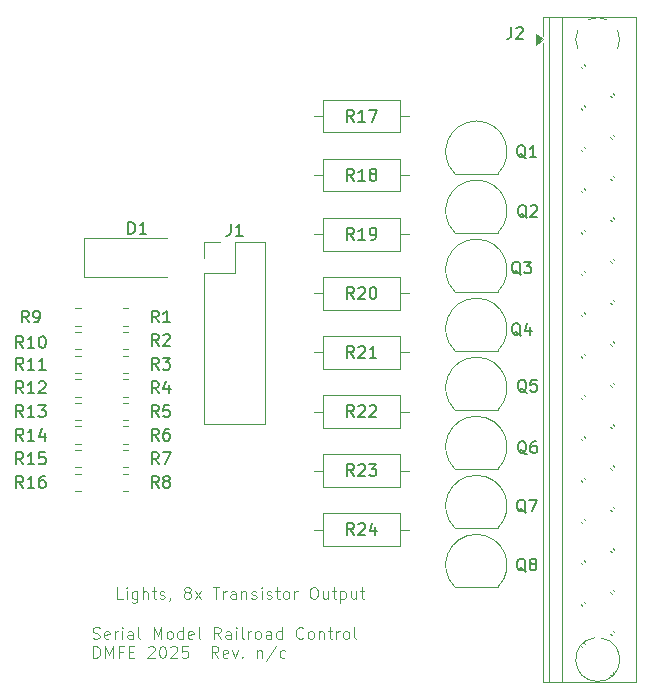
<source format=gbr>
%TF.GenerationSoftware,KiCad,Pcbnew,9.0.0*%
%TF.CreationDate,2025-03-23T16:41:57-07:00*%
%TF.ProjectId,Lights,4c696768-7473-42e6-9b69-6361645f7063,n/c*%
%TF.SameCoordinates,Original*%
%TF.FileFunction,Legend,Top*%
%TF.FilePolarity,Positive*%
%FSLAX46Y46*%
G04 Gerber Fmt 4.6, Leading zero omitted, Abs format (unit mm)*
G04 Created by KiCad (PCBNEW 9.0.0) date 2025-03-23 16:41:57*
%MOMM*%
%LPD*%
G01*
G04 APERTURE LIST*
%ADD10C,0.100000*%
%ADD11C,0.150000*%
%ADD12C,0.120000*%
G04 APERTURE END LIST*
D10*
X164780074Y-85872419D02*
X164303884Y-85872419D01*
X164303884Y-85872419D02*
X164303884Y-84872419D01*
X165113408Y-85872419D02*
X165113408Y-85205752D01*
X165113408Y-84872419D02*
X165065789Y-84920038D01*
X165065789Y-84920038D02*
X165113408Y-84967657D01*
X165113408Y-84967657D02*
X165161027Y-84920038D01*
X165161027Y-84920038D02*
X165113408Y-84872419D01*
X165113408Y-84872419D02*
X165113408Y-84967657D01*
X166018169Y-85205752D02*
X166018169Y-86015276D01*
X166018169Y-86015276D02*
X165970550Y-86110514D01*
X165970550Y-86110514D02*
X165922931Y-86158133D01*
X165922931Y-86158133D02*
X165827693Y-86205752D01*
X165827693Y-86205752D02*
X165684836Y-86205752D01*
X165684836Y-86205752D02*
X165589598Y-86158133D01*
X166018169Y-85824800D02*
X165922931Y-85872419D01*
X165922931Y-85872419D02*
X165732455Y-85872419D01*
X165732455Y-85872419D02*
X165637217Y-85824800D01*
X165637217Y-85824800D02*
X165589598Y-85777180D01*
X165589598Y-85777180D02*
X165541979Y-85681942D01*
X165541979Y-85681942D02*
X165541979Y-85396228D01*
X165541979Y-85396228D02*
X165589598Y-85300990D01*
X165589598Y-85300990D02*
X165637217Y-85253371D01*
X165637217Y-85253371D02*
X165732455Y-85205752D01*
X165732455Y-85205752D02*
X165922931Y-85205752D01*
X165922931Y-85205752D02*
X166018169Y-85253371D01*
X166494360Y-85872419D02*
X166494360Y-84872419D01*
X166922931Y-85872419D02*
X166922931Y-85348609D01*
X166922931Y-85348609D02*
X166875312Y-85253371D01*
X166875312Y-85253371D02*
X166780074Y-85205752D01*
X166780074Y-85205752D02*
X166637217Y-85205752D01*
X166637217Y-85205752D02*
X166541979Y-85253371D01*
X166541979Y-85253371D02*
X166494360Y-85300990D01*
X167256265Y-85205752D02*
X167637217Y-85205752D01*
X167399122Y-84872419D02*
X167399122Y-85729561D01*
X167399122Y-85729561D02*
X167446741Y-85824800D01*
X167446741Y-85824800D02*
X167541979Y-85872419D01*
X167541979Y-85872419D02*
X167637217Y-85872419D01*
X167922932Y-85824800D02*
X168018170Y-85872419D01*
X168018170Y-85872419D02*
X168208646Y-85872419D01*
X168208646Y-85872419D02*
X168303884Y-85824800D01*
X168303884Y-85824800D02*
X168351503Y-85729561D01*
X168351503Y-85729561D02*
X168351503Y-85681942D01*
X168351503Y-85681942D02*
X168303884Y-85586704D01*
X168303884Y-85586704D02*
X168208646Y-85539085D01*
X168208646Y-85539085D02*
X168065789Y-85539085D01*
X168065789Y-85539085D02*
X167970551Y-85491466D01*
X167970551Y-85491466D02*
X167922932Y-85396228D01*
X167922932Y-85396228D02*
X167922932Y-85348609D01*
X167922932Y-85348609D02*
X167970551Y-85253371D01*
X167970551Y-85253371D02*
X168065789Y-85205752D01*
X168065789Y-85205752D02*
X168208646Y-85205752D01*
X168208646Y-85205752D02*
X168303884Y-85253371D01*
X168827694Y-85824800D02*
X168827694Y-85872419D01*
X168827694Y-85872419D02*
X168780075Y-85967657D01*
X168780075Y-85967657D02*
X168732456Y-86015276D01*
X170161027Y-85300990D02*
X170065789Y-85253371D01*
X170065789Y-85253371D02*
X170018170Y-85205752D01*
X170018170Y-85205752D02*
X169970551Y-85110514D01*
X169970551Y-85110514D02*
X169970551Y-85062895D01*
X169970551Y-85062895D02*
X170018170Y-84967657D01*
X170018170Y-84967657D02*
X170065789Y-84920038D01*
X170065789Y-84920038D02*
X170161027Y-84872419D01*
X170161027Y-84872419D02*
X170351503Y-84872419D01*
X170351503Y-84872419D02*
X170446741Y-84920038D01*
X170446741Y-84920038D02*
X170494360Y-84967657D01*
X170494360Y-84967657D02*
X170541979Y-85062895D01*
X170541979Y-85062895D02*
X170541979Y-85110514D01*
X170541979Y-85110514D02*
X170494360Y-85205752D01*
X170494360Y-85205752D02*
X170446741Y-85253371D01*
X170446741Y-85253371D02*
X170351503Y-85300990D01*
X170351503Y-85300990D02*
X170161027Y-85300990D01*
X170161027Y-85300990D02*
X170065789Y-85348609D01*
X170065789Y-85348609D02*
X170018170Y-85396228D01*
X170018170Y-85396228D02*
X169970551Y-85491466D01*
X169970551Y-85491466D02*
X169970551Y-85681942D01*
X169970551Y-85681942D02*
X170018170Y-85777180D01*
X170018170Y-85777180D02*
X170065789Y-85824800D01*
X170065789Y-85824800D02*
X170161027Y-85872419D01*
X170161027Y-85872419D02*
X170351503Y-85872419D01*
X170351503Y-85872419D02*
X170446741Y-85824800D01*
X170446741Y-85824800D02*
X170494360Y-85777180D01*
X170494360Y-85777180D02*
X170541979Y-85681942D01*
X170541979Y-85681942D02*
X170541979Y-85491466D01*
X170541979Y-85491466D02*
X170494360Y-85396228D01*
X170494360Y-85396228D02*
X170446741Y-85348609D01*
X170446741Y-85348609D02*
X170351503Y-85300990D01*
X170875313Y-85872419D02*
X171399122Y-85205752D01*
X170875313Y-85205752D02*
X171399122Y-85872419D01*
X172399123Y-84872419D02*
X172970551Y-84872419D01*
X172684837Y-85872419D02*
X172684837Y-84872419D01*
X173303885Y-85872419D02*
X173303885Y-85205752D01*
X173303885Y-85396228D02*
X173351504Y-85300990D01*
X173351504Y-85300990D02*
X173399123Y-85253371D01*
X173399123Y-85253371D02*
X173494361Y-85205752D01*
X173494361Y-85205752D02*
X173589599Y-85205752D01*
X174351504Y-85872419D02*
X174351504Y-85348609D01*
X174351504Y-85348609D02*
X174303885Y-85253371D01*
X174303885Y-85253371D02*
X174208647Y-85205752D01*
X174208647Y-85205752D02*
X174018171Y-85205752D01*
X174018171Y-85205752D02*
X173922933Y-85253371D01*
X174351504Y-85824800D02*
X174256266Y-85872419D01*
X174256266Y-85872419D02*
X174018171Y-85872419D01*
X174018171Y-85872419D02*
X173922933Y-85824800D01*
X173922933Y-85824800D02*
X173875314Y-85729561D01*
X173875314Y-85729561D02*
X173875314Y-85634323D01*
X173875314Y-85634323D02*
X173922933Y-85539085D01*
X173922933Y-85539085D02*
X174018171Y-85491466D01*
X174018171Y-85491466D02*
X174256266Y-85491466D01*
X174256266Y-85491466D02*
X174351504Y-85443847D01*
X174827695Y-85205752D02*
X174827695Y-85872419D01*
X174827695Y-85300990D02*
X174875314Y-85253371D01*
X174875314Y-85253371D02*
X174970552Y-85205752D01*
X174970552Y-85205752D02*
X175113409Y-85205752D01*
X175113409Y-85205752D02*
X175208647Y-85253371D01*
X175208647Y-85253371D02*
X175256266Y-85348609D01*
X175256266Y-85348609D02*
X175256266Y-85872419D01*
X175684838Y-85824800D02*
X175780076Y-85872419D01*
X175780076Y-85872419D02*
X175970552Y-85872419D01*
X175970552Y-85872419D02*
X176065790Y-85824800D01*
X176065790Y-85824800D02*
X176113409Y-85729561D01*
X176113409Y-85729561D02*
X176113409Y-85681942D01*
X176113409Y-85681942D02*
X176065790Y-85586704D01*
X176065790Y-85586704D02*
X175970552Y-85539085D01*
X175970552Y-85539085D02*
X175827695Y-85539085D01*
X175827695Y-85539085D02*
X175732457Y-85491466D01*
X175732457Y-85491466D02*
X175684838Y-85396228D01*
X175684838Y-85396228D02*
X175684838Y-85348609D01*
X175684838Y-85348609D02*
X175732457Y-85253371D01*
X175732457Y-85253371D02*
X175827695Y-85205752D01*
X175827695Y-85205752D02*
X175970552Y-85205752D01*
X175970552Y-85205752D02*
X176065790Y-85253371D01*
X176541981Y-85872419D02*
X176541981Y-85205752D01*
X176541981Y-84872419D02*
X176494362Y-84920038D01*
X176494362Y-84920038D02*
X176541981Y-84967657D01*
X176541981Y-84967657D02*
X176589600Y-84920038D01*
X176589600Y-84920038D02*
X176541981Y-84872419D01*
X176541981Y-84872419D02*
X176541981Y-84967657D01*
X176970552Y-85824800D02*
X177065790Y-85872419D01*
X177065790Y-85872419D02*
X177256266Y-85872419D01*
X177256266Y-85872419D02*
X177351504Y-85824800D01*
X177351504Y-85824800D02*
X177399123Y-85729561D01*
X177399123Y-85729561D02*
X177399123Y-85681942D01*
X177399123Y-85681942D02*
X177351504Y-85586704D01*
X177351504Y-85586704D02*
X177256266Y-85539085D01*
X177256266Y-85539085D02*
X177113409Y-85539085D01*
X177113409Y-85539085D02*
X177018171Y-85491466D01*
X177018171Y-85491466D02*
X176970552Y-85396228D01*
X176970552Y-85396228D02*
X176970552Y-85348609D01*
X176970552Y-85348609D02*
X177018171Y-85253371D01*
X177018171Y-85253371D02*
X177113409Y-85205752D01*
X177113409Y-85205752D02*
X177256266Y-85205752D01*
X177256266Y-85205752D02*
X177351504Y-85253371D01*
X177684838Y-85205752D02*
X178065790Y-85205752D01*
X177827695Y-84872419D02*
X177827695Y-85729561D01*
X177827695Y-85729561D02*
X177875314Y-85824800D01*
X177875314Y-85824800D02*
X177970552Y-85872419D01*
X177970552Y-85872419D02*
X178065790Y-85872419D01*
X178541981Y-85872419D02*
X178446743Y-85824800D01*
X178446743Y-85824800D02*
X178399124Y-85777180D01*
X178399124Y-85777180D02*
X178351505Y-85681942D01*
X178351505Y-85681942D02*
X178351505Y-85396228D01*
X178351505Y-85396228D02*
X178399124Y-85300990D01*
X178399124Y-85300990D02*
X178446743Y-85253371D01*
X178446743Y-85253371D02*
X178541981Y-85205752D01*
X178541981Y-85205752D02*
X178684838Y-85205752D01*
X178684838Y-85205752D02*
X178780076Y-85253371D01*
X178780076Y-85253371D02*
X178827695Y-85300990D01*
X178827695Y-85300990D02*
X178875314Y-85396228D01*
X178875314Y-85396228D02*
X178875314Y-85681942D01*
X178875314Y-85681942D02*
X178827695Y-85777180D01*
X178827695Y-85777180D02*
X178780076Y-85824800D01*
X178780076Y-85824800D02*
X178684838Y-85872419D01*
X178684838Y-85872419D02*
X178541981Y-85872419D01*
X179303886Y-85872419D02*
X179303886Y-85205752D01*
X179303886Y-85396228D02*
X179351505Y-85300990D01*
X179351505Y-85300990D02*
X179399124Y-85253371D01*
X179399124Y-85253371D02*
X179494362Y-85205752D01*
X179494362Y-85205752D02*
X179589600Y-85205752D01*
X180875315Y-84872419D02*
X181065791Y-84872419D01*
X181065791Y-84872419D02*
X181161029Y-84920038D01*
X181161029Y-84920038D02*
X181256267Y-85015276D01*
X181256267Y-85015276D02*
X181303886Y-85205752D01*
X181303886Y-85205752D02*
X181303886Y-85539085D01*
X181303886Y-85539085D02*
X181256267Y-85729561D01*
X181256267Y-85729561D02*
X181161029Y-85824800D01*
X181161029Y-85824800D02*
X181065791Y-85872419D01*
X181065791Y-85872419D02*
X180875315Y-85872419D01*
X180875315Y-85872419D02*
X180780077Y-85824800D01*
X180780077Y-85824800D02*
X180684839Y-85729561D01*
X180684839Y-85729561D02*
X180637220Y-85539085D01*
X180637220Y-85539085D02*
X180637220Y-85205752D01*
X180637220Y-85205752D02*
X180684839Y-85015276D01*
X180684839Y-85015276D02*
X180780077Y-84920038D01*
X180780077Y-84920038D02*
X180875315Y-84872419D01*
X182161029Y-85205752D02*
X182161029Y-85872419D01*
X181732458Y-85205752D02*
X181732458Y-85729561D01*
X181732458Y-85729561D02*
X181780077Y-85824800D01*
X181780077Y-85824800D02*
X181875315Y-85872419D01*
X181875315Y-85872419D02*
X182018172Y-85872419D01*
X182018172Y-85872419D02*
X182113410Y-85824800D01*
X182113410Y-85824800D02*
X182161029Y-85777180D01*
X182494363Y-85205752D02*
X182875315Y-85205752D01*
X182637220Y-84872419D02*
X182637220Y-85729561D01*
X182637220Y-85729561D02*
X182684839Y-85824800D01*
X182684839Y-85824800D02*
X182780077Y-85872419D01*
X182780077Y-85872419D02*
X182875315Y-85872419D01*
X183208649Y-85205752D02*
X183208649Y-86205752D01*
X183208649Y-85253371D02*
X183303887Y-85205752D01*
X183303887Y-85205752D02*
X183494363Y-85205752D01*
X183494363Y-85205752D02*
X183589601Y-85253371D01*
X183589601Y-85253371D02*
X183637220Y-85300990D01*
X183637220Y-85300990D02*
X183684839Y-85396228D01*
X183684839Y-85396228D02*
X183684839Y-85681942D01*
X183684839Y-85681942D02*
X183637220Y-85777180D01*
X183637220Y-85777180D02*
X183589601Y-85824800D01*
X183589601Y-85824800D02*
X183494363Y-85872419D01*
X183494363Y-85872419D02*
X183303887Y-85872419D01*
X183303887Y-85872419D02*
X183208649Y-85824800D01*
X184541982Y-85205752D02*
X184541982Y-85872419D01*
X184113411Y-85205752D02*
X184113411Y-85729561D01*
X184113411Y-85729561D02*
X184161030Y-85824800D01*
X184161030Y-85824800D02*
X184256268Y-85872419D01*
X184256268Y-85872419D02*
X184399125Y-85872419D01*
X184399125Y-85872419D02*
X184494363Y-85824800D01*
X184494363Y-85824800D02*
X184541982Y-85777180D01*
X184875316Y-85205752D02*
X185256268Y-85205752D01*
X185018173Y-84872419D02*
X185018173Y-85729561D01*
X185018173Y-85729561D02*
X185065792Y-85824800D01*
X185065792Y-85824800D02*
X185161030Y-85872419D01*
X185161030Y-85872419D02*
X185256268Y-85872419D01*
X162256265Y-89214856D02*
X162399122Y-89262475D01*
X162399122Y-89262475D02*
X162637217Y-89262475D01*
X162637217Y-89262475D02*
X162732455Y-89214856D01*
X162732455Y-89214856D02*
X162780074Y-89167236D01*
X162780074Y-89167236D02*
X162827693Y-89071998D01*
X162827693Y-89071998D02*
X162827693Y-88976760D01*
X162827693Y-88976760D02*
X162780074Y-88881522D01*
X162780074Y-88881522D02*
X162732455Y-88833903D01*
X162732455Y-88833903D02*
X162637217Y-88786284D01*
X162637217Y-88786284D02*
X162446741Y-88738665D01*
X162446741Y-88738665D02*
X162351503Y-88691046D01*
X162351503Y-88691046D02*
X162303884Y-88643427D01*
X162303884Y-88643427D02*
X162256265Y-88548189D01*
X162256265Y-88548189D02*
X162256265Y-88452951D01*
X162256265Y-88452951D02*
X162303884Y-88357713D01*
X162303884Y-88357713D02*
X162351503Y-88310094D01*
X162351503Y-88310094D02*
X162446741Y-88262475D01*
X162446741Y-88262475D02*
X162684836Y-88262475D01*
X162684836Y-88262475D02*
X162827693Y-88310094D01*
X163637217Y-89214856D02*
X163541979Y-89262475D01*
X163541979Y-89262475D02*
X163351503Y-89262475D01*
X163351503Y-89262475D02*
X163256265Y-89214856D01*
X163256265Y-89214856D02*
X163208646Y-89119617D01*
X163208646Y-89119617D02*
X163208646Y-88738665D01*
X163208646Y-88738665D02*
X163256265Y-88643427D01*
X163256265Y-88643427D02*
X163351503Y-88595808D01*
X163351503Y-88595808D02*
X163541979Y-88595808D01*
X163541979Y-88595808D02*
X163637217Y-88643427D01*
X163637217Y-88643427D02*
X163684836Y-88738665D01*
X163684836Y-88738665D02*
X163684836Y-88833903D01*
X163684836Y-88833903D02*
X163208646Y-88929141D01*
X164113408Y-89262475D02*
X164113408Y-88595808D01*
X164113408Y-88786284D02*
X164161027Y-88691046D01*
X164161027Y-88691046D02*
X164208646Y-88643427D01*
X164208646Y-88643427D02*
X164303884Y-88595808D01*
X164303884Y-88595808D02*
X164399122Y-88595808D01*
X164732456Y-89262475D02*
X164732456Y-88595808D01*
X164732456Y-88262475D02*
X164684837Y-88310094D01*
X164684837Y-88310094D02*
X164732456Y-88357713D01*
X164732456Y-88357713D02*
X164780075Y-88310094D01*
X164780075Y-88310094D02*
X164732456Y-88262475D01*
X164732456Y-88262475D02*
X164732456Y-88357713D01*
X165637217Y-89262475D02*
X165637217Y-88738665D01*
X165637217Y-88738665D02*
X165589598Y-88643427D01*
X165589598Y-88643427D02*
X165494360Y-88595808D01*
X165494360Y-88595808D02*
X165303884Y-88595808D01*
X165303884Y-88595808D02*
X165208646Y-88643427D01*
X165637217Y-89214856D02*
X165541979Y-89262475D01*
X165541979Y-89262475D02*
X165303884Y-89262475D01*
X165303884Y-89262475D02*
X165208646Y-89214856D01*
X165208646Y-89214856D02*
X165161027Y-89119617D01*
X165161027Y-89119617D02*
X165161027Y-89024379D01*
X165161027Y-89024379D02*
X165208646Y-88929141D01*
X165208646Y-88929141D02*
X165303884Y-88881522D01*
X165303884Y-88881522D02*
X165541979Y-88881522D01*
X165541979Y-88881522D02*
X165637217Y-88833903D01*
X166256265Y-89262475D02*
X166161027Y-89214856D01*
X166161027Y-89214856D02*
X166113408Y-89119617D01*
X166113408Y-89119617D02*
X166113408Y-88262475D01*
X167399123Y-89262475D02*
X167399123Y-88262475D01*
X167399123Y-88262475D02*
X167732456Y-88976760D01*
X167732456Y-88976760D02*
X168065789Y-88262475D01*
X168065789Y-88262475D02*
X168065789Y-89262475D01*
X168684837Y-89262475D02*
X168589599Y-89214856D01*
X168589599Y-89214856D02*
X168541980Y-89167236D01*
X168541980Y-89167236D02*
X168494361Y-89071998D01*
X168494361Y-89071998D02*
X168494361Y-88786284D01*
X168494361Y-88786284D02*
X168541980Y-88691046D01*
X168541980Y-88691046D02*
X168589599Y-88643427D01*
X168589599Y-88643427D02*
X168684837Y-88595808D01*
X168684837Y-88595808D02*
X168827694Y-88595808D01*
X168827694Y-88595808D02*
X168922932Y-88643427D01*
X168922932Y-88643427D02*
X168970551Y-88691046D01*
X168970551Y-88691046D02*
X169018170Y-88786284D01*
X169018170Y-88786284D02*
X169018170Y-89071998D01*
X169018170Y-89071998D02*
X168970551Y-89167236D01*
X168970551Y-89167236D02*
X168922932Y-89214856D01*
X168922932Y-89214856D02*
X168827694Y-89262475D01*
X168827694Y-89262475D02*
X168684837Y-89262475D01*
X169875313Y-89262475D02*
X169875313Y-88262475D01*
X169875313Y-89214856D02*
X169780075Y-89262475D01*
X169780075Y-89262475D02*
X169589599Y-89262475D01*
X169589599Y-89262475D02*
X169494361Y-89214856D01*
X169494361Y-89214856D02*
X169446742Y-89167236D01*
X169446742Y-89167236D02*
X169399123Y-89071998D01*
X169399123Y-89071998D02*
X169399123Y-88786284D01*
X169399123Y-88786284D02*
X169446742Y-88691046D01*
X169446742Y-88691046D02*
X169494361Y-88643427D01*
X169494361Y-88643427D02*
X169589599Y-88595808D01*
X169589599Y-88595808D02*
X169780075Y-88595808D01*
X169780075Y-88595808D02*
X169875313Y-88643427D01*
X170732456Y-89214856D02*
X170637218Y-89262475D01*
X170637218Y-89262475D02*
X170446742Y-89262475D01*
X170446742Y-89262475D02*
X170351504Y-89214856D01*
X170351504Y-89214856D02*
X170303885Y-89119617D01*
X170303885Y-89119617D02*
X170303885Y-88738665D01*
X170303885Y-88738665D02*
X170351504Y-88643427D01*
X170351504Y-88643427D02*
X170446742Y-88595808D01*
X170446742Y-88595808D02*
X170637218Y-88595808D01*
X170637218Y-88595808D02*
X170732456Y-88643427D01*
X170732456Y-88643427D02*
X170780075Y-88738665D01*
X170780075Y-88738665D02*
X170780075Y-88833903D01*
X170780075Y-88833903D02*
X170303885Y-88929141D01*
X171351504Y-89262475D02*
X171256266Y-89214856D01*
X171256266Y-89214856D02*
X171208647Y-89119617D01*
X171208647Y-89119617D02*
X171208647Y-88262475D01*
X173065790Y-89262475D02*
X172732457Y-88786284D01*
X172494362Y-89262475D02*
X172494362Y-88262475D01*
X172494362Y-88262475D02*
X172875314Y-88262475D01*
X172875314Y-88262475D02*
X172970552Y-88310094D01*
X172970552Y-88310094D02*
X173018171Y-88357713D01*
X173018171Y-88357713D02*
X173065790Y-88452951D01*
X173065790Y-88452951D02*
X173065790Y-88595808D01*
X173065790Y-88595808D02*
X173018171Y-88691046D01*
X173018171Y-88691046D02*
X172970552Y-88738665D01*
X172970552Y-88738665D02*
X172875314Y-88786284D01*
X172875314Y-88786284D02*
X172494362Y-88786284D01*
X173922933Y-89262475D02*
X173922933Y-88738665D01*
X173922933Y-88738665D02*
X173875314Y-88643427D01*
X173875314Y-88643427D02*
X173780076Y-88595808D01*
X173780076Y-88595808D02*
X173589600Y-88595808D01*
X173589600Y-88595808D02*
X173494362Y-88643427D01*
X173922933Y-89214856D02*
X173827695Y-89262475D01*
X173827695Y-89262475D02*
X173589600Y-89262475D01*
X173589600Y-89262475D02*
X173494362Y-89214856D01*
X173494362Y-89214856D02*
X173446743Y-89119617D01*
X173446743Y-89119617D02*
X173446743Y-89024379D01*
X173446743Y-89024379D02*
X173494362Y-88929141D01*
X173494362Y-88929141D02*
X173589600Y-88881522D01*
X173589600Y-88881522D02*
X173827695Y-88881522D01*
X173827695Y-88881522D02*
X173922933Y-88833903D01*
X174399124Y-89262475D02*
X174399124Y-88595808D01*
X174399124Y-88262475D02*
X174351505Y-88310094D01*
X174351505Y-88310094D02*
X174399124Y-88357713D01*
X174399124Y-88357713D02*
X174446743Y-88310094D01*
X174446743Y-88310094D02*
X174399124Y-88262475D01*
X174399124Y-88262475D02*
X174399124Y-88357713D01*
X175018171Y-89262475D02*
X174922933Y-89214856D01*
X174922933Y-89214856D02*
X174875314Y-89119617D01*
X174875314Y-89119617D02*
X174875314Y-88262475D01*
X175399124Y-89262475D02*
X175399124Y-88595808D01*
X175399124Y-88786284D02*
X175446743Y-88691046D01*
X175446743Y-88691046D02*
X175494362Y-88643427D01*
X175494362Y-88643427D02*
X175589600Y-88595808D01*
X175589600Y-88595808D02*
X175684838Y-88595808D01*
X176161029Y-89262475D02*
X176065791Y-89214856D01*
X176065791Y-89214856D02*
X176018172Y-89167236D01*
X176018172Y-89167236D02*
X175970553Y-89071998D01*
X175970553Y-89071998D02*
X175970553Y-88786284D01*
X175970553Y-88786284D02*
X176018172Y-88691046D01*
X176018172Y-88691046D02*
X176065791Y-88643427D01*
X176065791Y-88643427D02*
X176161029Y-88595808D01*
X176161029Y-88595808D02*
X176303886Y-88595808D01*
X176303886Y-88595808D02*
X176399124Y-88643427D01*
X176399124Y-88643427D02*
X176446743Y-88691046D01*
X176446743Y-88691046D02*
X176494362Y-88786284D01*
X176494362Y-88786284D02*
X176494362Y-89071998D01*
X176494362Y-89071998D02*
X176446743Y-89167236D01*
X176446743Y-89167236D02*
X176399124Y-89214856D01*
X176399124Y-89214856D02*
X176303886Y-89262475D01*
X176303886Y-89262475D02*
X176161029Y-89262475D01*
X177351505Y-89262475D02*
X177351505Y-88738665D01*
X177351505Y-88738665D02*
X177303886Y-88643427D01*
X177303886Y-88643427D02*
X177208648Y-88595808D01*
X177208648Y-88595808D02*
X177018172Y-88595808D01*
X177018172Y-88595808D02*
X176922934Y-88643427D01*
X177351505Y-89214856D02*
X177256267Y-89262475D01*
X177256267Y-89262475D02*
X177018172Y-89262475D01*
X177018172Y-89262475D02*
X176922934Y-89214856D01*
X176922934Y-89214856D02*
X176875315Y-89119617D01*
X176875315Y-89119617D02*
X176875315Y-89024379D01*
X176875315Y-89024379D02*
X176922934Y-88929141D01*
X176922934Y-88929141D02*
X177018172Y-88881522D01*
X177018172Y-88881522D02*
X177256267Y-88881522D01*
X177256267Y-88881522D02*
X177351505Y-88833903D01*
X178256267Y-89262475D02*
X178256267Y-88262475D01*
X178256267Y-89214856D02*
X178161029Y-89262475D01*
X178161029Y-89262475D02*
X177970553Y-89262475D01*
X177970553Y-89262475D02*
X177875315Y-89214856D01*
X177875315Y-89214856D02*
X177827696Y-89167236D01*
X177827696Y-89167236D02*
X177780077Y-89071998D01*
X177780077Y-89071998D02*
X177780077Y-88786284D01*
X177780077Y-88786284D02*
X177827696Y-88691046D01*
X177827696Y-88691046D02*
X177875315Y-88643427D01*
X177875315Y-88643427D02*
X177970553Y-88595808D01*
X177970553Y-88595808D02*
X178161029Y-88595808D01*
X178161029Y-88595808D02*
X178256267Y-88643427D01*
X180065791Y-89167236D02*
X180018172Y-89214856D01*
X180018172Y-89214856D02*
X179875315Y-89262475D01*
X179875315Y-89262475D02*
X179780077Y-89262475D01*
X179780077Y-89262475D02*
X179637220Y-89214856D01*
X179637220Y-89214856D02*
X179541982Y-89119617D01*
X179541982Y-89119617D02*
X179494363Y-89024379D01*
X179494363Y-89024379D02*
X179446744Y-88833903D01*
X179446744Y-88833903D02*
X179446744Y-88691046D01*
X179446744Y-88691046D02*
X179494363Y-88500570D01*
X179494363Y-88500570D02*
X179541982Y-88405332D01*
X179541982Y-88405332D02*
X179637220Y-88310094D01*
X179637220Y-88310094D02*
X179780077Y-88262475D01*
X179780077Y-88262475D02*
X179875315Y-88262475D01*
X179875315Y-88262475D02*
X180018172Y-88310094D01*
X180018172Y-88310094D02*
X180065791Y-88357713D01*
X180637220Y-89262475D02*
X180541982Y-89214856D01*
X180541982Y-89214856D02*
X180494363Y-89167236D01*
X180494363Y-89167236D02*
X180446744Y-89071998D01*
X180446744Y-89071998D02*
X180446744Y-88786284D01*
X180446744Y-88786284D02*
X180494363Y-88691046D01*
X180494363Y-88691046D02*
X180541982Y-88643427D01*
X180541982Y-88643427D02*
X180637220Y-88595808D01*
X180637220Y-88595808D02*
X180780077Y-88595808D01*
X180780077Y-88595808D02*
X180875315Y-88643427D01*
X180875315Y-88643427D02*
X180922934Y-88691046D01*
X180922934Y-88691046D02*
X180970553Y-88786284D01*
X180970553Y-88786284D02*
X180970553Y-89071998D01*
X180970553Y-89071998D02*
X180922934Y-89167236D01*
X180922934Y-89167236D02*
X180875315Y-89214856D01*
X180875315Y-89214856D02*
X180780077Y-89262475D01*
X180780077Y-89262475D02*
X180637220Y-89262475D01*
X181399125Y-88595808D02*
X181399125Y-89262475D01*
X181399125Y-88691046D02*
X181446744Y-88643427D01*
X181446744Y-88643427D02*
X181541982Y-88595808D01*
X181541982Y-88595808D02*
X181684839Y-88595808D01*
X181684839Y-88595808D02*
X181780077Y-88643427D01*
X181780077Y-88643427D02*
X181827696Y-88738665D01*
X181827696Y-88738665D02*
X181827696Y-89262475D01*
X182161030Y-88595808D02*
X182541982Y-88595808D01*
X182303887Y-88262475D02*
X182303887Y-89119617D01*
X182303887Y-89119617D02*
X182351506Y-89214856D01*
X182351506Y-89214856D02*
X182446744Y-89262475D01*
X182446744Y-89262475D02*
X182541982Y-89262475D01*
X182875316Y-89262475D02*
X182875316Y-88595808D01*
X182875316Y-88786284D02*
X182922935Y-88691046D01*
X182922935Y-88691046D02*
X182970554Y-88643427D01*
X182970554Y-88643427D02*
X183065792Y-88595808D01*
X183065792Y-88595808D02*
X183161030Y-88595808D01*
X183637221Y-89262475D02*
X183541983Y-89214856D01*
X183541983Y-89214856D02*
X183494364Y-89167236D01*
X183494364Y-89167236D02*
X183446745Y-89071998D01*
X183446745Y-89071998D02*
X183446745Y-88786284D01*
X183446745Y-88786284D02*
X183494364Y-88691046D01*
X183494364Y-88691046D02*
X183541983Y-88643427D01*
X183541983Y-88643427D02*
X183637221Y-88595808D01*
X183637221Y-88595808D02*
X183780078Y-88595808D01*
X183780078Y-88595808D02*
X183875316Y-88643427D01*
X183875316Y-88643427D02*
X183922935Y-88691046D01*
X183922935Y-88691046D02*
X183970554Y-88786284D01*
X183970554Y-88786284D02*
X183970554Y-89071998D01*
X183970554Y-89071998D02*
X183922935Y-89167236D01*
X183922935Y-89167236D02*
X183875316Y-89214856D01*
X183875316Y-89214856D02*
X183780078Y-89262475D01*
X183780078Y-89262475D02*
X183637221Y-89262475D01*
X184541983Y-89262475D02*
X184446745Y-89214856D01*
X184446745Y-89214856D02*
X184399126Y-89119617D01*
X184399126Y-89119617D02*
X184399126Y-88262475D01*
X162303884Y-90872419D02*
X162303884Y-89872419D01*
X162303884Y-89872419D02*
X162541979Y-89872419D01*
X162541979Y-89872419D02*
X162684836Y-89920038D01*
X162684836Y-89920038D02*
X162780074Y-90015276D01*
X162780074Y-90015276D02*
X162827693Y-90110514D01*
X162827693Y-90110514D02*
X162875312Y-90300990D01*
X162875312Y-90300990D02*
X162875312Y-90443847D01*
X162875312Y-90443847D02*
X162827693Y-90634323D01*
X162827693Y-90634323D02*
X162780074Y-90729561D01*
X162780074Y-90729561D02*
X162684836Y-90824800D01*
X162684836Y-90824800D02*
X162541979Y-90872419D01*
X162541979Y-90872419D02*
X162303884Y-90872419D01*
X163303884Y-90872419D02*
X163303884Y-89872419D01*
X163303884Y-89872419D02*
X163637217Y-90586704D01*
X163637217Y-90586704D02*
X163970550Y-89872419D01*
X163970550Y-89872419D02*
X163970550Y-90872419D01*
X164780074Y-90348609D02*
X164446741Y-90348609D01*
X164446741Y-90872419D02*
X164446741Y-89872419D01*
X164446741Y-89872419D02*
X164922931Y-89872419D01*
X165303884Y-90348609D02*
X165637217Y-90348609D01*
X165780074Y-90872419D02*
X165303884Y-90872419D01*
X165303884Y-90872419D02*
X165303884Y-89872419D01*
X165303884Y-89872419D02*
X165780074Y-89872419D01*
X166922932Y-89967657D02*
X166970551Y-89920038D01*
X166970551Y-89920038D02*
X167065789Y-89872419D01*
X167065789Y-89872419D02*
X167303884Y-89872419D01*
X167303884Y-89872419D02*
X167399122Y-89920038D01*
X167399122Y-89920038D02*
X167446741Y-89967657D01*
X167446741Y-89967657D02*
X167494360Y-90062895D01*
X167494360Y-90062895D02*
X167494360Y-90158133D01*
X167494360Y-90158133D02*
X167446741Y-90300990D01*
X167446741Y-90300990D02*
X166875313Y-90872419D01*
X166875313Y-90872419D02*
X167494360Y-90872419D01*
X168113408Y-89872419D02*
X168208646Y-89872419D01*
X168208646Y-89872419D02*
X168303884Y-89920038D01*
X168303884Y-89920038D02*
X168351503Y-89967657D01*
X168351503Y-89967657D02*
X168399122Y-90062895D01*
X168399122Y-90062895D02*
X168446741Y-90253371D01*
X168446741Y-90253371D02*
X168446741Y-90491466D01*
X168446741Y-90491466D02*
X168399122Y-90681942D01*
X168399122Y-90681942D02*
X168351503Y-90777180D01*
X168351503Y-90777180D02*
X168303884Y-90824800D01*
X168303884Y-90824800D02*
X168208646Y-90872419D01*
X168208646Y-90872419D02*
X168113408Y-90872419D01*
X168113408Y-90872419D02*
X168018170Y-90824800D01*
X168018170Y-90824800D02*
X167970551Y-90777180D01*
X167970551Y-90777180D02*
X167922932Y-90681942D01*
X167922932Y-90681942D02*
X167875313Y-90491466D01*
X167875313Y-90491466D02*
X167875313Y-90253371D01*
X167875313Y-90253371D02*
X167922932Y-90062895D01*
X167922932Y-90062895D02*
X167970551Y-89967657D01*
X167970551Y-89967657D02*
X168018170Y-89920038D01*
X168018170Y-89920038D02*
X168113408Y-89872419D01*
X168827694Y-89967657D02*
X168875313Y-89920038D01*
X168875313Y-89920038D02*
X168970551Y-89872419D01*
X168970551Y-89872419D02*
X169208646Y-89872419D01*
X169208646Y-89872419D02*
X169303884Y-89920038D01*
X169303884Y-89920038D02*
X169351503Y-89967657D01*
X169351503Y-89967657D02*
X169399122Y-90062895D01*
X169399122Y-90062895D02*
X169399122Y-90158133D01*
X169399122Y-90158133D02*
X169351503Y-90300990D01*
X169351503Y-90300990D02*
X168780075Y-90872419D01*
X168780075Y-90872419D02*
X169399122Y-90872419D01*
X170303884Y-89872419D02*
X169827694Y-89872419D01*
X169827694Y-89872419D02*
X169780075Y-90348609D01*
X169780075Y-90348609D02*
X169827694Y-90300990D01*
X169827694Y-90300990D02*
X169922932Y-90253371D01*
X169922932Y-90253371D02*
X170161027Y-90253371D01*
X170161027Y-90253371D02*
X170256265Y-90300990D01*
X170256265Y-90300990D02*
X170303884Y-90348609D01*
X170303884Y-90348609D02*
X170351503Y-90443847D01*
X170351503Y-90443847D02*
X170351503Y-90681942D01*
X170351503Y-90681942D02*
X170303884Y-90777180D01*
X170303884Y-90777180D02*
X170256265Y-90824800D01*
X170256265Y-90824800D02*
X170161027Y-90872419D01*
X170161027Y-90872419D02*
X169922932Y-90872419D01*
X169922932Y-90872419D02*
X169827694Y-90824800D01*
X169827694Y-90824800D02*
X169780075Y-90777180D01*
X172875313Y-90872419D02*
X172541980Y-90396228D01*
X172303885Y-90872419D02*
X172303885Y-89872419D01*
X172303885Y-89872419D02*
X172684837Y-89872419D01*
X172684837Y-89872419D02*
X172780075Y-89920038D01*
X172780075Y-89920038D02*
X172827694Y-89967657D01*
X172827694Y-89967657D02*
X172875313Y-90062895D01*
X172875313Y-90062895D02*
X172875313Y-90205752D01*
X172875313Y-90205752D02*
X172827694Y-90300990D01*
X172827694Y-90300990D02*
X172780075Y-90348609D01*
X172780075Y-90348609D02*
X172684837Y-90396228D01*
X172684837Y-90396228D02*
X172303885Y-90396228D01*
X173684837Y-90824800D02*
X173589599Y-90872419D01*
X173589599Y-90872419D02*
X173399123Y-90872419D01*
X173399123Y-90872419D02*
X173303885Y-90824800D01*
X173303885Y-90824800D02*
X173256266Y-90729561D01*
X173256266Y-90729561D02*
X173256266Y-90348609D01*
X173256266Y-90348609D02*
X173303885Y-90253371D01*
X173303885Y-90253371D02*
X173399123Y-90205752D01*
X173399123Y-90205752D02*
X173589599Y-90205752D01*
X173589599Y-90205752D02*
X173684837Y-90253371D01*
X173684837Y-90253371D02*
X173732456Y-90348609D01*
X173732456Y-90348609D02*
X173732456Y-90443847D01*
X173732456Y-90443847D02*
X173256266Y-90539085D01*
X174065790Y-90205752D02*
X174303885Y-90872419D01*
X174303885Y-90872419D02*
X174541980Y-90205752D01*
X174922933Y-90777180D02*
X174970552Y-90824800D01*
X174970552Y-90824800D02*
X174922933Y-90872419D01*
X174922933Y-90872419D02*
X174875314Y-90824800D01*
X174875314Y-90824800D02*
X174922933Y-90777180D01*
X174922933Y-90777180D02*
X174922933Y-90872419D01*
X176161028Y-90205752D02*
X176161028Y-90872419D01*
X176161028Y-90300990D02*
X176208647Y-90253371D01*
X176208647Y-90253371D02*
X176303885Y-90205752D01*
X176303885Y-90205752D02*
X176446742Y-90205752D01*
X176446742Y-90205752D02*
X176541980Y-90253371D01*
X176541980Y-90253371D02*
X176589599Y-90348609D01*
X176589599Y-90348609D02*
X176589599Y-90872419D01*
X177780075Y-89824800D02*
X176922933Y-91110514D01*
X178541980Y-90824800D02*
X178446742Y-90872419D01*
X178446742Y-90872419D02*
X178256266Y-90872419D01*
X178256266Y-90872419D02*
X178161028Y-90824800D01*
X178161028Y-90824800D02*
X178113409Y-90777180D01*
X178113409Y-90777180D02*
X178065790Y-90681942D01*
X178065790Y-90681942D02*
X178065790Y-90396228D01*
X178065790Y-90396228D02*
X178113409Y-90300990D01*
X178113409Y-90300990D02*
X178161028Y-90253371D01*
X178161028Y-90253371D02*
X178256266Y-90205752D01*
X178256266Y-90205752D02*
X178446742Y-90205752D01*
X178446742Y-90205752D02*
X178541980Y-90253371D01*
D11*
X184357142Y-80454819D02*
X184023809Y-79978628D01*
X183785714Y-80454819D02*
X183785714Y-79454819D01*
X183785714Y-79454819D02*
X184166666Y-79454819D01*
X184166666Y-79454819D02*
X184261904Y-79502438D01*
X184261904Y-79502438D02*
X184309523Y-79550057D01*
X184309523Y-79550057D02*
X184357142Y-79645295D01*
X184357142Y-79645295D02*
X184357142Y-79788152D01*
X184357142Y-79788152D02*
X184309523Y-79883390D01*
X184309523Y-79883390D02*
X184261904Y-79931009D01*
X184261904Y-79931009D02*
X184166666Y-79978628D01*
X184166666Y-79978628D02*
X183785714Y-79978628D01*
X184738095Y-79550057D02*
X184785714Y-79502438D01*
X184785714Y-79502438D02*
X184880952Y-79454819D01*
X184880952Y-79454819D02*
X185119047Y-79454819D01*
X185119047Y-79454819D02*
X185214285Y-79502438D01*
X185214285Y-79502438D02*
X185261904Y-79550057D01*
X185261904Y-79550057D02*
X185309523Y-79645295D01*
X185309523Y-79645295D02*
X185309523Y-79740533D01*
X185309523Y-79740533D02*
X185261904Y-79883390D01*
X185261904Y-79883390D02*
X184690476Y-80454819D01*
X184690476Y-80454819D02*
X185309523Y-80454819D01*
X186166666Y-79788152D02*
X186166666Y-80454819D01*
X185928571Y-79407200D02*
X185690476Y-80121485D01*
X185690476Y-80121485D02*
X186309523Y-80121485D01*
X184357142Y-75454819D02*
X184023809Y-74978628D01*
X183785714Y-75454819D02*
X183785714Y-74454819D01*
X183785714Y-74454819D02*
X184166666Y-74454819D01*
X184166666Y-74454819D02*
X184261904Y-74502438D01*
X184261904Y-74502438D02*
X184309523Y-74550057D01*
X184309523Y-74550057D02*
X184357142Y-74645295D01*
X184357142Y-74645295D02*
X184357142Y-74788152D01*
X184357142Y-74788152D02*
X184309523Y-74883390D01*
X184309523Y-74883390D02*
X184261904Y-74931009D01*
X184261904Y-74931009D02*
X184166666Y-74978628D01*
X184166666Y-74978628D02*
X183785714Y-74978628D01*
X184738095Y-74550057D02*
X184785714Y-74502438D01*
X184785714Y-74502438D02*
X184880952Y-74454819D01*
X184880952Y-74454819D02*
X185119047Y-74454819D01*
X185119047Y-74454819D02*
X185214285Y-74502438D01*
X185214285Y-74502438D02*
X185261904Y-74550057D01*
X185261904Y-74550057D02*
X185309523Y-74645295D01*
X185309523Y-74645295D02*
X185309523Y-74740533D01*
X185309523Y-74740533D02*
X185261904Y-74883390D01*
X185261904Y-74883390D02*
X184690476Y-75454819D01*
X184690476Y-75454819D02*
X185309523Y-75454819D01*
X185642857Y-74454819D02*
X186261904Y-74454819D01*
X186261904Y-74454819D02*
X185928571Y-74835771D01*
X185928571Y-74835771D02*
X186071428Y-74835771D01*
X186071428Y-74835771D02*
X186166666Y-74883390D01*
X186166666Y-74883390D02*
X186214285Y-74931009D01*
X186214285Y-74931009D02*
X186261904Y-75026247D01*
X186261904Y-75026247D02*
X186261904Y-75264342D01*
X186261904Y-75264342D02*
X186214285Y-75359580D01*
X186214285Y-75359580D02*
X186166666Y-75407200D01*
X186166666Y-75407200D02*
X186071428Y-75454819D01*
X186071428Y-75454819D02*
X185785714Y-75454819D01*
X185785714Y-75454819D02*
X185690476Y-75407200D01*
X185690476Y-75407200D02*
X185642857Y-75359580D01*
X184357142Y-70454819D02*
X184023809Y-69978628D01*
X183785714Y-70454819D02*
X183785714Y-69454819D01*
X183785714Y-69454819D02*
X184166666Y-69454819D01*
X184166666Y-69454819D02*
X184261904Y-69502438D01*
X184261904Y-69502438D02*
X184309523Y-69550057D01*
X184309523Y-69550057D02*
X184357142Y-69645295D01*
X184357142Y-69645295D02*
X184357142Y-69788152D01*
X184357142Y-69788152D02*
X184309523Y-69883390D01*
X184309523Y-69883390D02*
X184261904Y-69931009D01*
X184261904Y-69931009D02*
X184166666Y-69978628D01*
X184166666Y-69978628D02*
X183785714Y-69978628D01*
X184738095Y-69550057D02*
X184785714Y-69502438D01*
X184785714Y-69502438D02*
X184880952Y-69454819D01*
X184880952Y-69454819D02*
X185119047Y-69454819D01*
X185119047Y-69454819D02*
X185214285Y-69502438D01*
X185214285Y-69502438D02*
X185261904Y-69550057D01*
X185261904Y-69550057D02*
X185309523Y-69645295D01*
X185309523Y-69645295D02*
X185309523Y-69740533D01*
X185309523Y-69740533D02*
X185261904Y-69883390D01*
X185261904Y-69883390D02*
X184690476Y-70454819D01*
X184690476Y-70454819D02*
X185309523Y-70454819D01*
X185690476Y-69550057D02*
X185738095Y-69502438D01*
X185738095Y-69502438D02*
X185833333Y-69454819D01*
X185833333Y-69454819D02*
X186071428Y-69454819D01*
X186071428Y-69454819D02*
X186166666Y-69502438D01*
X186166666Y-69502438D02*
X186214285Y-69550057D01*
X186214285Y-69550057D02*
X186261904Y-69645295D01*
X186261904Y-69645295D02*
X186261904Y-69740533D01*
X186261904Y-69740533D02*
X186214285Y-69883390D01*
X186214285Y-69883390D02*
X185642857Y-70454819D01*
X185642857Y-70454819D02*
X186261904Y-70454819D01*
X184357142Y-65454819D02*
X184023809Y-64978628D01*
X183785714Y-65454819D02*
X183785714Y-64454819D01*
X183785714Y-64454819D02*
X184166666Y-64454819D01*
X184166666Y-64454819D02*
X184261904Y-64502438D01*
X184261904Y-64502438D02*
X184309523Y-64550057D01*
X184309523Y-64550057D02*
X184357142Y-64645295D01*
X184357142Y-64645295D02*
X184357142Y-64788152D01*
X184357142Y-64788152D02*
X184309523Y-64883390D01*
X184309523Y-64883390D02*
X184261904Y-64931009D01*
X184261904Y-64931009D02*
X184166666Y-64978628D01*
X184166666Y-64978628D02*
X183785714Y-64978628D01*
X184738095Y-64550057D02*
X184785714Y-64502438D01*
X184785714Y-64502438D02*
X184880952Y-64454819D01*
X184880952Y-64454819D02*
X185119047Y-64454819D01*
X185119047Y-64454819D02*
X185214285Y-64502438D01*
X185214285Y-64502438D02*
X185261904Y-64550057D01*
X185261904Y-64550057D02*
X185309523Y-64645295D01*
X185309523Y-64645295D02*
X185309523Y-64740533D01*
X185309523Y-64740533D02*
X185261904Y-64883390D01*
X185261904Y-64883390D02*
X184690476Y-65454819D01*
X184690476Y-65454819D02*
X185309523Y-65454819D01*
X186261904Y-65454819D02*
X185690476Y-65454819D01*
X185976190Y-65454819D02*
X185976190Y-64454819D01*
X185976190Y-64454819D02*
X185880952Y-64597676D01*
X185880952Y-64597676D02*
X185785714Y-64692914D01*
X185785714Y-64692914D02*
X185690476Y-64740533D01*
X184357142Y-60454819D02*
X184023809Y-59978628D01*
X183785714Y-60454819D02*
X183785714Y-59454819D01*
X183785714Y-59454819D02*
X184166666Y-59454819D01*
X184166666Y-59454819D02*
X184261904Y-59502438D01*
X184261904Y-59502438D02*
X184309523Y-59550057D01*
X184309523Y-59550057D02*
X184357142Y-59645295D01*
X184357142Y-59645295D02*
X184357142Y-59788152D01*
X184357142Y-59788152D02*
X184309523Y-59883390D01*
X184309523Y-59883390D02*
X184261904Y-59931009D01*
X184261904Y-59931009D02*
X184166666Y-59978628D01*
X184166666Y-59978628D02*
X183785714Y-59978628D01*
X184738095Y-59550057D02*
X184785714Y-59502438D01*
X184785714Y-59502438D02*
X184880952Y-59454819D01*
X184880952Y-59454819D02*
X185119047Y-59454819D01*
X185119047Y-59454819D02*
X185214285Y-59502438D01*
X185214285Y-59502438D02*
X185261904Y-59550057D01*
X185261904Y-59550057D02*
X185309523Y-59645295D01*
X185309523Y-59645295D02*
X185309523Y-59740533D01*
X185309523Y-59740533D02*
X185261904Y-59883390D01*
X185261904Y-59883390D02*
X184690476Y-60454819D01*
X184690476Y-60454819D02*
X185309523Y-60454819D01*
X185928571Y-59454819D02*
X186023809Y-59454819D01*
X186023809Y-59454819D02*
X186119047Y-59502438D01*
X186119047Y-59502438D02*
X186166666Y-59550057D01*
X186166666Y-59550057D02*
X186214285Y-59645295D01*
X186214285Y-59645295D02*
X186261904Y-59835771D01*
X186261904Y-59835771D02*
X186261904Y-60073866D01*
X186261904Y-60073866D02*
X186214285Y-60264342D01*
X186214285Y-60264342D02*
X186166666Y-60359580D01*
X186166666Y-60359580D02*
X186119047Y-60407200D01*
X186119047Y-60407200D02*
X186023809Y-60454819D01*
X186023809Y-60454819D02*
X185928571Y-60454819D01*
X185928571Y-60454819D02*
X185833333Y-60407200D01*
X185833333Y-60407200D02*
X185785714Y-60359580D01*
X185785714Y-60359580D02*
X185738095Y-60264342D01*
X185738095Y-60264342D02*
X185690476Y-60073866D01*
X185690476Y-60073866D02*
X185690476Y-59835771D01*
X185690476Y-59835771D02*
X185738095Y-59645295D01*
X185738095Y-59645295D02*
X185785714Y-59550057D01*
X185785714Y-59550057D02*
X185833333Y-59502438D01*
X185833333Y-59502438D02*
X185928571Y-59454819D01*
X184357142Y-55454819D02*
X184023809Y-54978628D01*
X183785714Y-55454819D02*
X183785714Y-54454819D01*
X183785714Y-54454819D02*
X184166666Y-54454819D01*
X184166666Y-54454819D02*
X184261904Y-54502438D01*
X184261904Y-54502438D02*
X184309523Y-54550057D01*
X184309523Y-54550057D02*
X184357142Y-54645295D01*
X184357142Y-54645295D02*
X184357142Y-54788152D01*
X184357142Y-54788152D02*
X184309523Y-54883390D01*
X184309523Y-54883390D02*
X184261904Y-54931009D01*
X184261904Y-54931009D02*
X184166666Y-54978628D01*
X184166666Y-54978628D02*
X183785714Y-54978628D01*
X185309523Y-55454819D02*
X184738095Y-55454819D01*
X185023809Y-55454819D02*
X185023809Y-54454819D01*
X185023809Y-54454819D02*
X184928571Y-54597676D01*
X184928571Y-54597676D02*
X184833333Y-54692914D01*
X184833333Y-54692914D02*
X184738095Y-54740533D01*
X185785714Y-55454819D02*
X185976190Y-55454819D01*
X185976190Y-55454819D02*
X186071428Y-55407200D01*
X186071428Y-55407200D02*
X186119047Y-55359580D01*
X186119047Y-55359580D02*
X186214285Y-55216723D01*
X186214285Y-55216723D02*
X186261904Y-55026247D01*
X186261904Y-55026247D02*
X186261904Y-54645295D01*
X186261904Y-54645295D02*
X186214285Y-54550057D01*
X186214285Y-54550057D02*
X186166666Y-54502438D01*
X186166666Y-54502438D02*
X186071428Y-54454819D01*
X186071428Y-54454819D02*
X185880952Y-54454819D01*
X185880952Y-54454819D02*
X185785714Y-54502438D01*
X185785714Y-54502438D02*
X185738095Y-54550057D01*
X185738095Y-54550057D02*
X185690476Y-54645295D01*
X185690476Y-54645295D02*
X185690476Y-54883390D01*
X185690476Y-54883390D02*
X185738095Y-54978628D01*
X185738095Y-54978628D02*
X185785714Y-55026247D01*
X185785714Y-55026247D02*
X185880952Y-55073866D01*
X185880952Y-55073866D02*
X186071428Y-55073866D01*
X186071428Y-55073866D02*
X186166666Y-55026247D01*
X186166666Y-55026247D02*
X186214285Y-54978628D01*
X186214285Y-54978628D02*
X186261904Y-54883390D01*
X184357142Y-50454819D02*
X184023809Y-49978628D01*
X183785714Y-50454819D02*
X183785714Y-49454819D01*
X183785714Y-49454819D02*
X184166666Y-49454819D01*
X184166666Y-49454819D02*
X184261904Y-49502438D01*
X184261904Y-49502438D02*
X184309523Y-49550057D01*
X184309523Y-49550057D02*
X184357142Y-49645295D01*
X184357142Y-49645295D02*
X184357142Y-49788152D01*
X184357142Y-49788152D02*
X184309523Y-49883390D01*
X184309523Y-49883390D02*
X184261904Y-49931009D01*
X184261904Y-49931009D02*
X184166666Y-49978628D01*
X184166666Y-49978628D02*
X183785714Y-49978628D01*
X185309523Y-50454819D02*
X184738095Y-50454819D01*
X185023809Y-50454819D02*
X185023809Y-49454819D01*
X185023809Y-49454819D02*
X184928571Y-49597676D01*
X184928571Y-49597676D02*
X184833333Y-49692914D01*
X184833333Y-49692914D02*
X184738095Y-49740533D01*
X185880952Y-49883390D02*
X185785714Y-49835771D01*
X185785714Y-49835771D02*
X185738095Y-49788152D01*
X185738095Y-49788152D02*
X185690476Y-49692914D01*
X185690476Y-49692914D02*
X185690476Y-49645295D01*
X185690476Y-49645295D02*
X185738095Y-49550057D01*
X185738095Y-49550057D02*
X185785714Y-49502438D01*
X185785714Y-49502438D02*
X185880952Y-49454819D01*
X185880952Y-49454819D02*
X186071428Y-49454819D01*
X186071428Y-49454819D02*
X186166666Y-49502438D01*
X186166666Y-49502438D02*
X186214285Y-49550057D01*
X186214285Y-49550057D02*
X186261904Y-49645295D01*
X186261904Y-49645295D02*
X186261904Y-49692914D01*
X186261904Y-49692914D02*
X186214285Y-49788152D01*
X186214285Y-49788152D02*
X186166666Y-49835771D01*
X186166666Y-49835771D02*
X186071428Y-49883390D01*
X186071428Y-49883390D02*
X185880952Y-49883390D01*
X185880952Y-49883390D02*
X185785714Y-49931009D01*
X185785714Y-49931009D02*
X185738095Y-49978628D01*
X185738095Y-49978628D02*
X185690476Y-50073866D01*
X185690476Y-50073866D02*
X185690476Y-50264342D01*
X185690476Y-50264342D02*
X185738095Y-50359580D01*
X185738095Y-50359580D02*
X185785714Y-50407200D01*
X185785714Y-50407200D02*
X185880952Y-50454819D01*
X185880952Y-50454819D02*
X186071428Y-50454819D01*
X186071428Y-50454819D02*
X186166666Y-50407200D01*
X186166666Y-50407200D02*
X186214285Y-50359580D01*
X186214285Y-50359580D02*
X186261904Y-50264342D01*
X186261904Y-50264342D02*
X186261904Y-50073866D01*
X186261904Y-50073866D02*
X186214285Y-49978628D01*
X186214285Y-49978628D02*
X186166666Y-49931009D01*
X186166666Y-49931009D02*
X186071428Y-49883390D01*
X184357142Y-45454819D02*
X184023809Y-44978628D01*
X183785714Y-45454819D02*
X183785714Y-44454819D01*
X183785714Y-44454819D02*
X184166666Y-44454819D01*
X184166666Y-44454819D02*
X184261904Y-44502438D01*
X184261904Y-44502438D02*
X184309523Y-44550057D01*
X184309523Y-44550057D02*
X184357142Y-44645295D01*
X184357142Y-44645295D02*
X184357142Y-44788152D01*
X184357142Y-44788152D02*
X184309523Y-44883390D01*
X184309523Y-44883390D02*
X184261904Y-44931009D01*
X184261904Y-44931009D02*
X184166666Y-44978628D01*
X184166666Y-44978628D02*
X183785714Y-44978628D01*
X185309523Y-45454819D02*
X184738095Y-45454819D01*
X185023809Y-45454819D02*
X185023809Y-44454819D01*
X185023809Y-44454819D02*
X184928571Y-44597676D01*
X184928571Y-44597676D02*
X184833333Y-44692914D01*
X184833333Y-44692914D02*
X184738095Y-44740533D01*
X185642857Y-44454819D02*
X186309523Y-44454819D01*
X186309523Y-44454819D02*
X185880952Y-45454819D01*
X156357142Y-76454819D02*
X156023809Y-75978628D01*
X155785714Y-76454819D02*
X155785714Y-75454819D01*
X155785714Y-75454819D02*
X156166666Y-75454819D01*
X156166666Y-75454819D02*
X156261904Y-75502438D01*
X156261904Y-75502438D02*
X156309523Y-75550057D01*
X156309523Y-75550057D02*
X156357142Y-75645295D01*
X156357142Y-75645295D02*
X156357142Y-75788152D01*
X156357142Y-75788152D02*
X156309523Y-75883390D01*
X156309523Y-75883390D02*
X156261904Y-75931009D01*
X156261904Y-75931009D02*
X156166666Y-75978628D01*
X156166666Y-75978628D02*
X155785714Y-75978628D01*
X157309523Y-76454819D02*
X156738095Y-76454819D01*
X157023809Y-76454819D02*
X157023809Y-75454819D01*
X157023809Y-75454819D02*
X156928571Y-75597676D01*
X156928571Y-75597676D02*
X156833333Y-75692914D01*
X156833333Y-75692914D02*
X156738095Y-75740533D01*
X158166666Y-75454819D02*
X157976190Y-75454819D01*
X157976190Y-75454819D02*
X157880952Y-75502438D01*
X157880952Y-75502438D02*
X157833333Y-75550057D01*
X157833333Y-75550057D02*
X157738095Y-75692914D01*
X157738095Y-75692914D02*
X157690476Y-75883390D01*
X157690476Y-75883390D02*
X157690476Y-76264342D01*
X157690476Y-76264342D02*
X157738095Y-76359580D01*
X157738095Y-76359580D02*
X157785714Y-76407200D01*
X157785714Y-76407200D02*
X157880952Y-76454819D01*
X157880952Y-76454819D02*
X158071428Y-76454819D01*
X158071428Y-76454819D02*
X158166666Y-76407200D01*
X158166666Y-76407200D02*
X158214285Y-76359580D01*
X158214285Y-76359580D02*
X158261904Y-76264342D01*
X158261904Y-76264342D02*
X158261904Y-76026247D01*
X158261904Y-76026247D02*
X158214285Y-75931009D01*
X158214285Y-75931009D02*
X158166666Y-75883390D01*
X158166666Y-75883390D02*
X158071428Y-75835771D01*
X158071428Y-75835771D02*
X157880952Y-75835771D01*
X157880952Y-75835771D02*
X157785714Y-75883390D01*
X157785714Y-75883390D02*
X157738095Y-75931009D01*
X157738095Y-75931009D02*
X157690476Y-76026247D01*
X156357142Y-74454819D02*
X156023809Y-73978628D01*
X155785714Y-74454819D02*
X155785714Y-73454819D01*
X155785714Y-73454819D02*
X156166666Y-73454819D01*
X156166666Y-73454819D02*
X156261904Y-73502438D01*
X156261904Y-73502438D02*
X156309523Y-73550057D01*
X156309523Y-73550057D02*
X156357142Y-73645295D01*
X156357142Y-73645295D02*
X156357142Y-73788152D01*
X156357142Y-73788152D02*
X156309523Y-73883390D01*
X156309523Y-73883390D02*
X156261904Y-73931009D01*
X156261904Y-73931009D02*
X156166666Y-73978628D01*
X156166666Y-73978628D02*
X155785714Y-73978628D01*
X157309523Y-74454819D02*
X156738095Y-74454819D01*
X157023809Y-74454819D02*
X157023809Y-73454819D01*
X157023809Y-73454819D02*
X156928571Y-73597676D01*
X156928571Y-73597676D02*
X156833333Y-73692914D01*
X156833333Y-73692914D02*
X156738095Y-73740533D01*
X158214285Y-73454819D02*
X157738095Y-73454819D01*
X157738095Y-73454819D02*
X157690476Y-73931009D01*
X157690476Y-73931009D02*
X157738095Y-73883390D01*
X157738095Y-73883390D02*
X157833333Y-73835771D01*
X157833333Y-73835771D02*
X158071428Y-73835771D01*
X158071428Y-73835771D02*
X158166666Y-73883390D01*
X158166666Y-73883390D02*
X158214285Y-73931009D01*
X158214285Y-73931009D02*
X158261904Y-74026247D01*
X158261904Y-74026247D02*
X158261904Y-74264342D01*
X158261904Y-74264342D02*
X158214285Y-74359580D01*
X158214285Y-74359580D02*
X158166666Y-74407200D01*
X158166666Y-74407200D02*
X158071428Y-74454819D01*
X158071428Y-74454819D02*
X157833333Y-74454819D01*
X157833333Y-74454819D02*
X157738095Y-74407200D01*
X157738095Y-74407200D02*
X157690476Y-74359580D01*
X156357142Y-72454819D02*
X156023809Y-71978628D01*
X155785714Y-72454819D02*
X155785714Y-71454819D01*
X155785714Y-71454819D02*
X156166666Y-71454819D01*
X156166666Y-71454819D02*
X156261904Y-71502438D01*
X156261904Y-71502438D02*
X156309523Y-71550057D01*
X156309523Y-71550057D02*
X156357142Y-71645295D01*
X156357142Y-71645295D02*
X156357142Y-71788152D01*
X156357142Y-71788152D02*
X156309523Y-71883390D01*
X156309523Y-71883390D02*
X156261904Y-71931009D01*
X156261904Y-71931009D02*
X156166666Y-71978628D01*
X156166666Y-71978628D02*
X155785714Y-71978628D01*
X157309523Y-72454819D02*
X156738095Y-72454819D01*
X157023809Y-72454819D02*
X157023809Y-71454819D01*
X157023809Y-71454819D02*
X156928571Y-71597676D01*
X156928571Y-71597676D02*
X156833333Y-71692914D01*
X156833333Y-71692914D02*
X156738095Y-71740533D01*
X158166666Y-71788152D02*
X158166666Y-72454819D01*
X157928571Y-71407200D02*
X157690476Y-72121485D01*
X157690476Y-72121485D02*
X158309523Y-72121485D01*
X156357142Y-70454819D02*
X156023809Y-69978628D01*
X155785714Y-70454819D02*
X155785714Y-69454819D01*
X155785714Y-69454819D02*
X156166666Y-69454819D01*
X156166666Y-69454819D02*
X156261904Y-69502438D01*
X156261904Y-69502438D02*
X156309523Y-69550057D01*
X156309523Y-69550057D02*
X156357142Y-69645295D01*
X156357142Y-69645295D02*
X156357142Y-69788152D01*
X156357142Y-69788152D02*
X156309523Y-69883390D01*
X156309523Y-69883390D02*
X156261904Y-69931009D01*
X156261904Y-69931009D02*
X156166666Y-69978628D01*
X156166666Y-69978628D02*
X155785714Y-69978628D01*
X157309523Y-70454819D02*
X156738095Y-70454819D01*
X157023809Y-70454819D02*
X157023809Y-69454819D01*
X157023809Y-69454819D02*
X156928571Y-69597676D01*
X156928571Y-69597676D02*
X156833333Y-69692914D01*
X156833333Y-69692914D02*
X156738095Y-69740533D01*
X157642857Y-69454819D02*
X158261904Y-69454819D01*
X158261904Y-69454819D02*
X157928571Y-69835771D01*
X157928571Y-69835771D02*
X158071428Y-69835771D01*
X158071428Y-69835771D02*
X158166666Y-69883390D01*
X158166666Y-69883390D02*
X158214285Y-69931009D01*
X158214285Y-69931009D02*
X158261904Y-70026247D01*
X158261904Y-70026247D02*
X158261904Y-70264342D01*
X158261904Y-70264342D02*
X158214285Y-70359580D01*
X158214285Y-70359580D02*
X158166666Y-70407200D01*
X158166666Y-70407200D02*
X158071428Y-70454819D01*
X158071428Y-70454819D02*
X157785714Y-70454819D01*
X157785714Y-70454819D02*
X157690476Y-70407200D01*
X157690476Y-70407200D02*
X157642857Y-70359580D01*
X156357142Y-68454819D02*
X156023809Y-67978628D01*
X155785714Y-68454819D02*
X155785714Y-67454819D01*
X155785714Y-67454819D02*
X156166666Y-67454819D01*
X156166666Y-67454819D02*
X156261904Y-67502438D01*
X156261904Y-67502438D02*
X156309523Y-67550057D01*
X156309523Y-67550057D02*
X156357142Y-67645295D01*
X156357142Y-67645295D02*
X156357142Y-67788152D01*
X156357142Y-67788152D02*
X156309523Y-67883390D01*
X156309523Y-67883390D02*
X156261904Y-67931009D01*
X156261904Y-67931009D02*
X156166666Y-67978628D01*
X156166666Y-67978628D02*
X155785714Y-67978628D01*
X157309523Y-68454819D02*
X156738095Y-68454819D01*
X157023809Y-68454819D02*
X157023809Y-67454819D01*
X157023809Y-67454819D02*
X156928571Y-67597676D01*
X156928571Y-67597676D02*
X156833333Y-67692914D01*
X156833333Y-67692914D02*
X156738095Y-67740533D01*
X157690476Y-67550057D02*
X157738095Y-67502438D01*
X157738095Y-67502438D02*
X157833333Y-67454819D01*
X157833333Y-67454819D02*
X158071428Y-67454819D01*
X158071428Y-67454819D02*
X158166666Y-67502438D01*
X158166666Y-67502438D02*
X158214285Y-67550057D01*
X158214285Y-67550057D02*
X158261904Y-67645295D01*
X158261904Y-67645295D02*
X158261904Y-67740533D01*
X158261904Y-67740533D02*
X158214285Y-67883390D01*
X158214285Y-67883390D02*
X157642857Y-68454819D01*
X157642857Y-68454819D02*
X158261904Y-68454819D01*
X156357142Y-66454819D02*
X156023809Y-65978628D01*
X155785714Y-66454819D02*
X155785714Y-65454819D01*
X155785714Y-65454819D02*
X156166666Y-65454819D01*
X156166666Y-65454819D02*
X156261904Y-65502438D01*
X156261904Y-65502438D02*
X156309523Y-65550057D01*
X156309523Y-65550057D02*
X156357142Y-65645295D01*
X156357142Y-65645295D02*
X156357142Y-65788152D01*
X156357142Y-65788152D02*
X156309523Y-65883390D01*
X156309523Y-65883390D02*
X156261904Y-65931009D01*
X156261904Y-65931009D02*
X156166666Y-65978628D01*
X156166666Y-65978628D02*
X155785714Y-65978628D01*
X157309523Y-66454819D02*
X156738095Y-66454819D01*
X157023809Y-66454819D02*
X157023809Y-65454819D01*
X157023809Y-65454819D02*
X156928571Y-65597676D01*
X156928571Y-65597676D02*
X156833333Y-65692914D01*
X156833333Y-65692914D02*
X156738095Y-65740533D01*
X158261904Y-66454819D02*
X157690476Y-66454819D01*
X157976190Y-66454819D02*
X157976190Y-65454819D01*
X157976190Y-65454819D02*
X157880952Y-65597676D01*
X157880952Y-65597676D02*
X157785714Y-65692914D01*
X157785714Y-65692914D02*
X157690476Y-65740533D01*
X156357142Y-64604819D02*
X156023809Y-64128628D01*
X155785714Y-64604819D02*
X155785714Y-63604819D01*
X155785714Y-63604819D02*
X156166666Y-63604819D01*
X156166666Y-63604819D02*
X156261904Y-63652438D01*
X156261904Y-63652438D02*
X156309523Y-63700057D01*
X156309523Y-63700057D02*
X156357142Y-63795295D01*
X156357142Y-63795295D02*
X156357142Y-63938152D01*
X156357142Y-63938152D02*
X156309523Y-64033390D01*
X156309523Y-64033390D02*
X156261904Y-64081009D01*
X156261904Y-64081009D02*
X156166666Y-64128628D01*
X156166666Y-64128628D02*
X155785714Y-64128628D01*
X157309523Y-64604819D02*
X156738095Y-64604819D01*
X157023809Y-64604819D02*
X157023809Y-63604819D01*
X157023809Y-63604819D02*
X156928571Y-63747676D01*
X156928571Y-63747676D02*
X156833333Y-63842914D01*
X156833333Y-63842914D02*
X156738095Y-63890533D01*
X157928571Y-63604819D02*
X158023809Y-63604819D01*
X158023809Y-63604819D02*
X158119047Y-63652438D01*
X158119047Y-63652438D02*
X158166666Y-63700057D01*
X158166666Y-63700057D02*
X158214285Y-63795295D01*
X158214285Y-63795295D02*
X158261904Y-63985771D01*
X158261904Y-63985771D02*
X158261904Y-64223866D01*
X158261904Y-64223866D02*
X158214285Y-64414342D01*
X158214285Y-64414342D02*
X158166666Y-64509580D01*
X158166666Y-64509580D02*
X158119047Y-64557200D01*
X158119047Y-64557200D02*
X158023809Y-64604819D01*
X158023809Y-64604819D02*
X157928571Y-64604819D01*
X157928571Y-64604819D02*
X157833333Y-64557200D01*
X157833333Y-64557200D02*
X157785714Y-64509580D01*
X157785714Y-64509580D02*
X157738095Y-64414342D01*
X157738095Y-64414342D02*
X157690476Y-64223866D01*
X157690476Y-64223866D02*
X157690476Y-63985771D01*
X157690476Y-63985771D02*
X157738095Y-63795295D01*
X157738095Y-63795295D02*
X157785714Y-63700057D01*
X157785714Y-63700057D02*
X157833333Y-63652438D01*
X157833333Y-63652438D02*
X157928571Y-63604819D01*
X156833333Y-62454819D02*
X156500000Y-61978628D01*
X156261905Y-62454819D02*
X156261905Y-61454819D01*
X156261905Y-61454819D02*
X156642857Y-61454819D01*
X156642857Y-61454819D02*
X156738095Y-61502438D01*
X156738095Y-61502438D02*
X156785714Y-61550057D01*
X156785714Y-61550057D02*
X156833333Y-61645295D01*
X156833333Y-61645295D02*
X156833333Y-61788152D01*
X156833333Y-61788152D02*
X156785714Y-61883390D01*
X156785714Y-61883390D02*
X156738095Y-61931009D01*
X156738095Y-61931009D02*
X156642857Y-61978628D01*
X156642857Y-61978628D02*
X156261905Y-61978628D01*
X157309524Y-62454819D02*
X157500000Y-62454819D01*
X157500000Y-62454819D02*
X157595238Y-62407200D01*
X157595238Y-62407200D02*
X157642857Y-62359580D01*
X157642857Y-62359580D02*
X157738095Y-62216723D01*
X157738095Y-62216723D02*
X157785714Y-62026247D01*
X157785714Y-62026247D02*
X157785714Y-61645295D01*
X157785714Y-61645295D02*
X157738095Y-61550057D01*
X157738095Y-61550057D02*
X157690476Y-61502438D01*
X157690476Y-61502438D02*
X157595238Y-61454819D01*
X157595238Y-61454819D02*
X157404762Y-61454819D01*
X157404762Y-61454819D02*
X157309524Y-61502438D01*
X157309524Y-61502438D02*
X157261905Y-61550057D01*
X157261905Y-61550057D02*
X157214286Y-61645295D01*
X157214286Y-61645295D02*
X157214286Y-61883390D01*
X157214286Y-61883390D02*
X157261905Y-61978628D01*
X157261905Y-61978628D02*
X157309524Y-62026247D01*
X157309524Y-62026247D02*
X157404762Y-62073866D01*
X157404762Y-62073866D02*
X157595238Y-62073866D01*
X157595238Y-62073866D02*
X157690476Y-62026247D01*
X157690476Y-62026247D02*
X157738095Y-61978628D01*
X157738095Y-61978628D02*
X157785714Y-61883390D01*
X167833333Y-76454819D02*
X167500000Y-75978628D01*
X167261905Y-76454819D02*
X167261905Y-75454819D01*
X167261905Y-75454819D02*
X167642857Y-75454819D01*
X167642857Y-75454819D02*
X167738095Y-75502438D01*
X167738095Y-75502438D02*
X167785714Y-75550057D01*
X167785714Y-75550057D02*
X167833333Y-75645295D01*
X167833333Y-75645295D02*
X167833333Y-75788152D01*
X167833333Y-75788152D02*
X167785714Y-75883390D01*
X167785714Y-75883390D02*
X167738095Y-75931009D01*
X167738095Y-75931009D02*
X167642857Y-75978628D01*
X167642857Y-75978628D02*
X167261905Y-75978628D01*
X168404762Y-75883390D02*
X168309524Y-75835771D01*
X168309524Y-75835771D02*
X168261905Y-75788152D01*
X168261905Y-75788152D02*
X168214286Y-75692914D01*
X168214286Y-75692914D02*
X168214286Y-75645295D01*
X168214286Y-75645295D02*
X168261905Y-75550057D01*
X168261905Y-75550057D02*
X168309524Y-75502438D01*
X168309524Y-75502438D02*
X168404762Y-75454819D01*
X168404762Y-75454819D02*
X168595238Y-75454819D01*
X168595238Y-75454819D02*
X168690476Y-75502438D01*
X168690476Y-75502438D02*
X168738095Y-75550057D01*
X168738095Y-75550057D02*
X168785714Y-75645295D01*
X168785714Y-75645295D02*
X168785714Y-75692914D01*
X168785714Y-75692914D02*
X168738095Y-75788152D01*
X168738095Y-75788152D02*
X168690476Y-75835771D01*
X168690476Y-75835771D02*
X168595238Y-75883390D01*
X168595238Y-75883390D02*
X168404762Y-75883390D01*
X168404762Y-75883390D02*
X168309524Y-75931009D01*
X168309524Y-75931009D02*
X168261905Y-75978628D01*
X168261905Y-75978628D02*
X168214286Y-76073866D01*
X168214286Y-76073866D02*
X168214286Y-76264342D01*
X168214286Y-76264342D02*
X168261905Y-76359580D01*
X168261905Y-76359580D02*
X168309524Y-76407200D01*
X168309524Y-76407200D02*
X168404762Y-76454819D01*
X168404762Y-76454819D02*
X168595238Y-76454819D01*
X168595238Y-76454819D02*
X168690476Y-76407200D01*
X168690476Y-76407200D02*
X168738095Y-76359580D01*
X168738095Y-76359580D02*
X168785714Y-76264342D01*
X168785714Y-76264342D02*
X168785714Y-76073866D01*
X168785714Y-76073866D02*
X168738095Y-75978628D01*
X168738095Y-75978628D02*
X168690476Y-75931009D01*
X168690476Y-75931009D02*
X168595238Y-75883390D01*
X167833333Y-74454819D02*
X167500000Y-73978628D01*
X167261905Y-74454819D02*
X167261905Y-73454819D01*
X167261905Y-73454819D02*
X167642857Y-73454819D01*
X167642857Y-73454819D02*
X167738095Y-73502438D01*
X167738095Y-73502438D02*
X167785714Y-73550057D01*
X167785714Y-73550057D02*
X167833333Y-73645295D01*
X167833333Y-73645295D02*
X167833333Y-73788152D01*
X167833333Y-73788152D02*
X167785714Y-73883390D01*
X167785714Y-73883390D02*
X167738095Y-73931009D01*
X167738095Y-73931009D02*
X167642857Y-73978628D01*
X167642857Y-73978628D02*
X167261905Y-73978628D01*
X168166667Y-73454819D02*
X168833333Y-73454819D01*
X168833333Y-73454819D02*
X168404762Y-74454819D01*
X167833333Y-72454819D02*
X167500000Y-71978628D01*
X167261905Y-72454819D02*
X167261905Y-71454819D01*
X167261905Y-71454819D02*
X167642857Y-71454819D01*
X167642857Y-71454819D02*
X167738095Y-71502438D01*
X167738095Y-71502438D02*
X167785714Y-71550057D01*
X167785714Y-71550057D02*
X167833333Y-71645295D01*
X167833333Y-71645295D02*
X167833333Y-71788152D01*
X167833333Y-71788152D02*
X167785714Y-71883390D01*
X167785714Y-71883390D02*
X167738095Y-71931009D01*
X167738095Y-71931009D02*
X167642857Y-71978628D01*
X167642857Y-71978628D02*
X167261905Y-71978628D01*
X168690476Y-71454819D02*
X168500000Y-71454819D01*
X168500000Y-71454819D02*
X168404762Y-71502438D01*
X168404762Y-71502438D02*
X168357143Y-71550057D01*
X168357143Y-71550057D02*
X168261905Y-71692914D01*
X168261905Y-71692914D02*
X168214286Y-71883390D01*
X168214286Y-71883390D02*
X168214286Y-72264342D01*
X168214286Y-72264342D02*
X168261905Y-72359580D01*
X168261905Y-72359580D02*
X168309524Y-72407200D01*
X168309524Y-72407200D02*
X168404762Y-72454819D01*
X168404762Y-72454819D02*
X168595238Y-72454819D01*
X168595238Y-72454819D02*
X168690476Y-72407200D01*
X168690476Y-72407200D02*
X168738095Y-72359580D01*
X168738095Y-72359580D02*
X168785714Y-72264342D01*
X168785714Y-72264342D02*
X168785714Y-72026247D01*
X168785714Y-72026247D02*
X168738095Y-71931009D01*
X168738095Y-71931009D02*
X168690476Y-71883390D01*
X168690476Y-71883390D02*
X168595238Y-71835771D01*
X168595238Y-71835771D02*
X168404762Y-71835771D01*
X168404762Y-71835771D02*
X168309524Y-71883390D01*
X168309524Y-71883390D02*
X168261905Y-71931009D01*
X168261905Y-71931009D02*
X168214286Y-72026247D01*
X167833333Y-70454819D02*
X167500000Y-69978628D01*
X167261905Y-70454819D02*
X167261905Y-69454819D01*
X167261905Y-69454819D02*
X167642857Y-69454819D01*
X167642857Y-69454819D02*
X167738095Y-69502438D01*
X167738095Y-69502438D02*
X167785714Y-69550057D01*
X167785714Y-69550057D02*
X167833333Y-69645295D01*
X167833333Y-69645295D02*
X167833333Y-69788152D01*
X167833333Y-69788152D02*
X167785714Y-69883390D01*
X167785714Y-69883390D02*
X167738095Y-69931009D01*
X167738095Y-69931009D02*
X167642857Y-69978628D01*
X167642857Y-69978628D02*
X167261905Y-69978628D01*
X168738095Y-69454819D02*
X168261905Y-69454819D01*
X168261905Y-69454819D02*
X168214286Y-69931009D01*
X168214286Y-69931009D02*
X168261905Y-69883390D01*
X168261905Y-69883390D02*
X168357143Y-69835771D01*
X168357143Y-69835771D02*
X168595238Y-69835771D01*
X168595238Y-69835771D02*
X168690476Y-69883390D01*
X168690476Y-69883390D02*
X168738095Y-69931009D01*
X168738095Y-69931009D02*
X168785714Y-70026247D01*
X168785714Y-70026247D02*
X168785714Y-70264342D01*
X168785714Y-70264342D02*
X168738095Y-70359580D01*
X168738095Y-70359580D02*
X168690476Y-70407200D01*
X168690476Y-70407200D02*
X168595238Y-70454819D01*
X168595238Y-70454819D02*
X168357143Y-70454819D01*
X168357143Y-70454819D02*
X168261905Y-70407200D01*
X168261905Y-70407200D02*
X168214286Y-70359580D01*
X167833333Y-68454819D02*
X167500000Y-67978628D01*
X167261905Y-68454819D02*
X167261905Y-67454819D01*
X167261905Y-67454819D02*
X167642857Y-67454819D01*
X167642857Y-67454819D02*
X167738095Y-67502438D01*
X167738095Y-67502438D02*
X167785714Y-67550057D01*
X167785714Y-67550057D02*
X167833333Y-67645295D01*
X167833333Y-67645295D02*
X167833333Y-67788152D01*
X167833333Y-67788152D02*
X167785714Y-67883390D01*
X167785714Y-67883390D02*
X167738095Y-67931009D01*
X167738095Y-67931009D02*
X167642857Y-67978628D01*
X167642857Y-67978628D02*
X167261905Y-67978628D01*
X168690476Y-67788152D02*
X168690476Y-68454819D01*
X168452381Y-67407200D02*
X168214286Y-68121485D01*
X168214286Y-68121485D02*
X168833333Y-68121485D01*
X167833333Y-66454819D02*
X167500000Y-65978628D01*
X167261905Y-66454819D02*
X167261905Y-65454819D01*
X167261905Y-65454819D02*
X167642857Y-65454819D01*
X167642857Y-65454819D02*
X167738095Y-65502438D01*
X167738095Y-65502438D02*
X167785714Y-65550057D01*
X167785714Y-65550057D02*
X167833333Y-65645295D01*
X167833333Y-65645295D02*
X167833333Y-65788152D01*
X167833333Y-65788152D02*
X167785714Y-65883390D01*
X167785714Y-65883390D02*
X167738095Y-65931009D01*
X167738095Y-65931009D02*
X167642857Y-65978628D01*
X167642857Y-65978628D02*
X167261905Y-65978628D01*
X168166667Y-65454819D02*
X168785714Y-65454819D01*
X168785714Y-65454819D02*
X168452381Y-65835771D01*
X168452381Y-65835771D02*
X168595238Y-65835771D01*
X168595238Y-65835771D02*
X168690476Y-65883390D01*
X168690476Y-65883390D02*
X168738095Y-65931009D01*
X168738095Y-65931009D02*
X168785714Y-66026247D01*
X168785714Y-66026247D02*
X168785714Y-66264342D01*
X168785714Y-66264342D02*
X168738095Y-66359580D01*
X168738095Y-66359580D02*
X168690476Y-66407200D01*
X168690476Y-66407200D02*
X168595238Y-66454819D01*
X168595238Y-66454819D02*
X168309524Y-66454819D01*
X168309524Y-66454819D02*
X168214286Y-66407200D01*
X168214286Y-66407200D02*
X168166667Y-66359580D01*
X167833333Y-64454819D02*
X167500000Y-63978628D01*
X167261905Y-64454819D02*
X167261905Y-63454819D01*
X167261905Y-63454819D02*
X167642857Y-63454819D01*
X167642857Y-63454819D02*
X167738095Y-63502438D01*
X167738095Y-63502438D02*
X167785714Y-63550057D01*
X167785714Y-63550057D02*
X167833333Y-63645295D01*
X167833333Y-63645295D02*
X167833333Y-63788152D01*
X167833333Y-63788152D02*
X167785714Y-63883390D01*
X167785714Y-63883390D02*
X167738095Y-63931009D01*
X167738095Y-63931009D02*
X167642857Y-63978628D01*
X167642857Y-63978628D02*
X167261905Y-63978628D01*
X168214286Y-63550057D02*
X168261905Y-63502438D01*
X168261905Y-63502438D02*
X168357143Y-63454819D01*
X168357143Y-63454819D02*
X168595238Y-63454819D01*
X168595238Y-63454819D02*
X168690476Y-63502438D01*
X168690476Y-63502438D02*
X168738095Y-63550057D01*
X168738095Y-63550057D02*
X168785714Y-63645295D01*
X168785714Y-63645295D02*
X168785714Y-63740533D01*
X168785714Y-63740533D02*
X168738095Y-63883390D01*
X168738095Y-63883390D02*
X168166667Y-64454819D01*
X168166667Y-64454819D02*
X168785714Y-64454819D01*
X167833333Y-62454819D02*
X167500000Y-61978628D01*
X167261905Y-62454819D02*
X167261905Y-61454819D01*
X167261905Y-61454819D02*
X167642857Y-61454819D01*
X167642857Y-61454819D02*
X167738095Y-61502438D01*
X167738095Y-61502438D02*
X167785714Y-61550057D01*
X167785714Y-61550057D02*
X167833333Y-61645295D01*
X167833333Y-61645295D02*
X167833333Y-61788152D01*
X167833333Y-61788152D02*
X167785714Y-61883390D01*
X167785714Y-61883390D02*
X167738095Y-61931009D01*
X167738095Y-61931009D02*
X167642857Y-61978628D01*
X167642857Y-61978628D02*
X167261905Y-61978628D01*
X168785714Y-62454819D02*
X168214286Y-62454819D01*
X168500000Y-62454819D02*
X168500000Y-61454819D01*
X168500000Y-61454819D02*
X168404762Y-61597676D01*
X168404762Y-61597676D02*
X168309524Y-61692914D01*
X168309524Y-61692914D02*
X168214286Y-61740533D01*
X198904761Y-83550057D02*
X198809523Y-83502438D01*
X198809523Y-83502438D02*
X198714285Y-83407200D01*
X198714285Y-83407200D02*
X198571428Y-83264342D01*
X198571428Y-83264342D02*
X198476190Y-83216723D01*
X198476190Y-83216723D02*
X198380952Y-83216723D01*
X198428571Y-83454819D02*
X198333333Y-83407200D01*
X198333333Y-83407200D02*
X198238095Y-83311961D01*
X198238095Y-83311961D02*
X198190476Y-83121485D01*
X198190476Y-83121485D02*
X198190476Y-82788152D01*
X198190476Y-82788152D02*
X198238095Y-82597676D01*
X198238095Y-82597676D02*
X198333333Y-82502438D01*
X198333333Y-82502438D02*
X198428571Y-82454819D01*
X198428571Y-82454819D02*
X198619047Y-82454819D01*
X198619047Y-82454819D02*
X198714285Y-82502438D01*
X198714285Y-82502438D02*
X198809523Y-82597676D01*
X198809523Y-82597676D02*
X198857142Y-82788152D01*
X198857142Y-82788152D02*
X198857142Y-83121485D01*
X198857142Y-83121485D02*
X198809523Y-83311961D01*
X198809523Y-83311961D02*
X198714285Y-83407200D01*
X198714285Y-83407200D02*
X198619047Y-83454819D01*
X198619047Y-83454819D02*
X198428571Y-83454819D01*
X199428571Y-82883390D02*
X199333333Y-82835771D01*
X199333333Y-82835771D02*
X199285714Y-82788152D01*
X199285714Y-82788152D02*
X199238095Y-82692914D01*
X199238095Y-82692914D02*
X199238095Y-82645295D01*
X199238095Y-82645295D02*
X199285714Y-82550057D01*
X199285714Y-82550057D02*
X199333333Y-82502438D01*
X199333333Y-82502438D02*
X199428571Y-82454819D01*
X199428571Y-82454819D02*
X199619047Y-82454819D01*
X199619047Y-82454819D02*
X199714285Y-82502438D01*
X199714285Y-82502438D02*
X199761904Y-82550057D01*
X199761904Y-82550057D02*
X199809523Y-82645295D01*
X199809523Y-82645295D02*
X199809523Y-82692914D01*
X199809523Y-82692914D02*
X199761904Y-82788152D01*
X199761904Y-82788152D02*
X199714285Y-82835771D01*
X199714285Y-82835771D02*
X199619047Y-82883390D01*
X199619047Y-82883390D02*
X199428571Y-82883390D01*
X199428571Y-82883390D02*
X199333333Y-82931009D01*
X199333333Y-82931009D02*
X199285714Y-82978628D01*
X199285714Y-82978628D02*
X199238095Y-83073866D01*
X199238095Y-83073866D02*
X199238095Y-83264342D01*
X199238095Y-83264342D02*
X199285714Y-83359580D01*
X199285714Y-83359580D02*
X199333333Y-83407200D01*
X199333333Y-83407200D02*
X199428571Y-83454819D01*
X199428571Y-83454819D02*
X199619047Y-83454819D01*
X199619047Y-83454819D02*
X199714285Y-83407200D01*
X199714285Y-83407200D02*
X199761904Y-83359580D01*
X199761904Y-83359580D02*
X199809523Y-83264342D01*
X199809523Y-83264342D02*
X199809523Y-83073866D01*
X199809523Y-83073866D02*
X199761904Y-82978628D01*
X199761904Y-82978628D02*
X199714285Y-82931009D01*
X199714285Y-82931009D02*
X199619047Y-82883390D01*
X198904761Y-78550057D02*
X198809523Y-78502438D01*
X198809523Y-78502438D02*
X198714285Y-78407200D01*
X198714285Y-78407200D02*
X198571428Y-78264342D01*
X198571428Y-78264342D02*
X198476190Y-78216723D01*
X198476190Y-78216723D02*
X198380952Y-78216723D01*
X198428571Y-78454819D02*
X198333333Y-78407200D01*
X198333333Y-78407200D02*
X198238095Y-78311961D01*
X198238095Y-78311961D02*
X198190476Y-78121485D01*
X198190476Y-78121485D02*
X198190476Y-77788152D01*
X198190476Y-77788152D02*
X198238095Y-77597676D01*
X198238095Y-77597676D02*
X198333333Y-77502438D01*
X198333333Y-77502438D02*
X198428571Y-77454819D01*
X198428571Y-77454819D02*
X198619047Y-77454819D01*
X198619047Y-77454819D02*
X198714285Y-77502438D01*
X198714285Y-77502438D02*
X198809523Y-77597676D01*
X198809523Y-77597676D02*
X198857142Y-77788152D01*
X198857142Y-77788152D02*
X198857142Y-78121485D01*
X198857142Y-78121485D02*
X198809523Y-78311961D01*
X198809523Y-78311961D02*
X198714285Y-78407200D01*
X198714285Y-78407200D02*
X198619047Y-78454819D01*
X198619047Y-78454819D02*
X198428571Y-78454819D01*
X199190476Y-77454819D02*
X199857142Y-77454819D01*
X199857142Y-77454819D02*
X199428571Y-78454819D01*
X198974761Y-73610057D02*
X198879523Y-73562438D01*
X198879523Y-73562438D02*
X198784285Y-73467200D01*
X198784285Y-73467200D02*
X198641428Y-73324342D01*
X198641428Y-73324342D02*
X198546190Y-73276723D01*
X198546190Y-73276723D02*
X198450952Y-73276723D01*
X198498571Y-73514819D02*
X198403333Y-73467200D01*
X198403333Y-73467200D02*
X198308095Y-73371961D01*
X198308095Y-73371961D02*
X198260476Y-73181485D01*
X198260476Y-73181485D02*
X198260476Y-72848152D01*
X198260476Y-72848152D02*
X198308095Y-72657676D01*
X198308095Y-72657676D02*
X198403333Y-72562438D01*
X198403333Y-72562438D02*
X198498571Y-72514819D01*
X198498571Y-72514819D02*
X198689047Y-72514819D01*
X198689047Y-72514819D02*
X198784285Y-72562438D01*
X198784285Y-72562438D02*
X198879523Y-72657676D01*
X198879523Y-72657676D02*
X198927142Y-72848152D01*
X198927142Y-72848152D02*
X198927142Y-73181485D01*
X198927142Y-73181485D02*
X198879523Y-73371961D01*
X198879523Y-73371961D02*
X198784285Y-73467200D01*
X198784285Y-73467200D02*
X198689047Y-73514819D01*
X198689047Y-73514819D02*
X198498571Y-73514819D01*
X199784285Y-72514819D02*
X199593809Y-72514819D01*
X199593809Y-72514819D02*
X199498571Y-72562438D01*
X199498571Y-72562438D02*
X199450952Y-72610057D01*
X199450952Y-72610057D02*
X199355714Y-72752914D01*
X199355714Y-72752914D02*
X199308095Y-72943390D01*
X199308095Y-72943390D02*
X199308095Y-73324342D01*
X199308095Y-73324342D02*
X199355714Y-73419580D01*
X199355714Y-73419580D02*
X199403333Y-73467200D01*
X199403333Y-73467200D02*
X199498571Y-73514819D01*
X199498571Y-73514819D02*
X199689047Y-73514819D01*
X199689047Y-73514819D02*
X199784285Y-73467200D01*
X199784285Y-73467200D02*
X199831904Y-73419580D01*
X199831904Y-73419580D02*
X199879523Y-73324342D01*
X199879523Y-73324342D02*
X199879523Y-73086247D01*
X199879523Y-73086247D02*
X199831904Y-72991009D01*
X199831904Y-72991009D02*
X199784285Y-72943390D01*
X199784285Y-72943390D02*
X199689047Y-72895771D01*
X199689047Y-72895771D02*
X199498571Y-72895771D01*
X199498571Y-72895771D02*
X199403333Y-72943390D01*
X199403333Y-72943390D02*
X199355714Y-72991009D01*
X199355714Y-72991009D02*
X199308095Y-73086247D01*
X198974761Y-68400057D02*
X198879523Y-68352438D01*
X198879523Y-68352438D02*
X198784285Y-68257200D01*
X198784285Y-68257200D02*
X198641428Y-68114342D01*
X198641428Y-68114342D02*
X198546190Y-68066723D01*
X198546190Y-68066723D02*
X198450952Y-68066723D01*
X198498571Y-68304819D02*
X198403333Y-68257200D01*
X198403333Y-68257200D02*
X198308095Y-68161961D01*
X198308095Y-68161961D02*
X198260476Y-67971485D01*
X198260476Y-67971485D02*
X198260476Y-67638152D01*
X198260476Y-67638152D02*
X198308095Y-67447676D01*
X198308095Y-67447676D02*
X198403333Y-67352438D01*
X198403333Y-67352438D02*
X198498571Y-67304819D01*
X198498571Y-67304819D02*
X198689047Y-67304819D01*
X198689047Y-67304819D02*
X198784285Y-67352438D01*
X198784285Y-67352438D02*
X198879523Y-67447676D01*
X198879523Y-67447676D02*
X198927142Y-67638152D01*
X198927142Y-67638152D02*
X198927142Y-67971485D01*
X198927142Y-67971485D02*
X198879523Y-68161961D01*
X198879523Y-68161961D02*
X198784285Y-68257200D01*
X198784285Y-68257200D02*
X198689047Y-68304819D01*
X198689047Y-68304819D02*
X198498571Y-68304819D01*
X199831904Y-67304819D02*
X199355714Y-67304819D01*
X199355714Y-67304819D02*
X199308095Y-67781009D01*
X199308095Y-67781009D02*
X199355714Y-67733390D01*
X199355714Y-67733390D02*
X199450952Y-67685771D01*
X199450952Y-67685771D02*
X199689047Y-67685771D01*
X199689047Y-67685771D02*
X199784285Y-67733390D01*
X199784285Y-67733390D02*
X199831904Y-67781009D01*
X199831904Y-67781009D02*
X199879523Y-67876247D01*
X199879523Y-67876247D02*
X199879523Y-68114342D01*
X199879523Y-68114342D02*
X199831904Y-68209580D01*
X199831904Y-68209580D02*
X199784285Y-68257200D01*
X199784285Y-68257200D02*
X199689047Y-68304819D01*
X199689047Y-68304819D02*
X199450952Y-68304819D01*
X199450952Y-68304819D02*
X199355714Y-68257200D01*
X199355714Y-68257200D02*
X199308095Y-68209580D01*
X198484761Y-63610057D02*
X198389523Y-63562438D01*
X198389523Y-63562438D02*
X198294285Y-63467200D01*
X198294285Y-63467200D02*
X198151428Y-63324342D01*
X198151428Y-63324342D02*
X198056190Y-63276723D01*
X198056190Y-63276723D02*
X197960952Y-63276723D01*
X198008571Y-63514819D02*
X197913333Y-63467200D01*
X197913333Y-63467200D02*
X197818095Y-63371961D01*
X197818095Y-63371961D02*
X197770476Y-63181485D01*
X197770476Y-63181485D02*
X197770476Y-62848152D01*
X197770476Y-62848152D02*
X197818095Y-62657676D01*
X197818095Y-62657676D02*
X197913333Y-62562438D01*
X197913333Y-62562438D02*
X198008571Y-62514819D01*
X198008571Y-62514819D02*
X198199047Y-62514819D01*
X198199047Y-62514819D02*
X198294285Y-62562438D01*
X198294285Y-62562438D02*
X198389523Y-62657676D01*
X198389523Y-62657676D02*
X198437142Y-62848152D01*
X198437142Y-62848152D02*
X198437142Y-63181485D01*
X198437142Y-63181485D02*
X198389523Y-63371961D01*
X198389523Y-63371961D02*
X198294285Y-63467200D01*
X198294285Y-63467200D02*
X198199047Y-63514819D01*
X198199047Y-63514819D02*
X198008571Y-63514819D01*
X199294285Y-62848152D02*
X199294285Y-63514819D01*
X199056190Y-62467200D02*
X198818095Y-63181485D01*
X198818095Y-63181485D02*
X199437142Y-63181485D01*
X198484761Y-58400057D02*
X198389523Y-58352438D01*
X198389523Y-58352438D02*
X198294285Y-58257200D01*
X198294285Y-58257200D02*
X198151428Y-58114342D01*
X198151428Y-58114342D02*
X198056190Y-58066723D01*
X198056190Y-58066723D02*
X197960952Y-58066723D01*
X198008571Y-58304819D02*
X197913333Y-58257200D01*
X197913333Y-58257200D02*
X197818095Y-58161961D01*
X197818095Y-58161961D02*
X197770476Y-57971485D01*
X197770476Y-57971485D02*
X197770476Y-57638152D01*
X197770476Y-57638152D02*
X197818095Y-57447676D01*
X197818095Y-57447676D02*
X197913333Y-57352438D01*
X197913333Y-57352438D02*
X198008571Y-57304819D01*
X198008571Y-57304819D02*
X198199047Y-57304819D01*
X198199047Y-57304819D02*
X198294285Y-57352438D01*
X198294285Y-57352438D02*
X198389523Y-57447676D01*
X198389523Y-57447676D02*
X198437142Y-57638152D01*
X198437142Y-57638152D02*
X198437142Y-57971485D01*
X198437142Y-57971485D02*
X198389523Y-58161961D01*
X198389523Y-58161961D02*
X198294285Y-58257200D01*
X198294285Y-58257200D02*
X198199047Y-58304819D01*
X198199047Y-58304819D02*
X198008571Y-58304819D01*
X198770476Y-57304819D02*
X199389523Y-57304819D01*
X199389523Y-57304819D02*
X199056190Y-57685771D01*
X199056190Y-57685771D02*
X199199047Y-57685771D01*
X199199047Y-57685771D02*
X199294285Y-57733390D01*
X199294285Y-57733390D02*
X199341904Y-57781009D01*
X199341904Y-57781009D02*
X199389523Y-57876247D01*
X199389523Y-57876247D02*
X199389523Y-58114342D01*
X199389523Y-58114342D02*
X199341904Y-58209580D01*
X199341904Y-58209580D02*
X199294285Y-58257200D01*
X199294285Y-58257200D02*
X199199047Y-58304819D01*
X199199047Y-58304819D02*
X198913333Y-58304819D01*
X198913333Y-58304819D02*
X198818095Y-58257200D01*
X198818095Y-58257200D02*
X198770476Y-58209580D01*
X198994761Y-53610057D02*
X198899523Y-53562438D01*
X198899523Y-53562438D02*
X198804285Y-53467200D01*
X198804285Y-53467200D02*
X198661428Y-53324342D01*
X198661428Y-53324342D02*
X198566190Y-53276723D01*
X198566190Y-53276723D02*
X198470952Y-53276723D01*
X198518571Y-53514819D02*
X198423333Y-53467200D01*
X198423333Y-53467200D02*
X198328095Y-53371961D01*
X198328095Y-53371961D02*
X198280476Y-53181485D01*
X198280476Y-53181485D02*
X198280476Y-52848152D01*
X198280476Y-52848152D02*
X198328095Y-52657676D01*
X198328095Y-52657676D02*
X198423333Y-52562438D01*
X198423333Y-52562438D02*
X198518571Y-52514819D01*
X198518571Y-52514819D02*
X198709047Y-52514819D01*
X198709047Y-52514819D02*
X198804285Y-52562438D01*
X198804285Y-52562438D02*
X198899523Y-52657676D01*
X198899523Y-52657676D02*
X198947142Y-52848152D01*
X198947142Y-52848152D02*
X198947142Y-53181485D01*
X198947142Y-53181485D02*
X198899523Y-53371961D01*
X198899523Y-53371961D02*
X198804285Y-53467200D01*
X198804285Y-53467200D02*
X198709047Y-53514819D01*
X198709047Y-53514819D02*
X198518571Y-53514819D01*
X199328095Y-52610057D02*
X199375714Y-52562438D01*
X199375714Y-52562438D02*
X199470952Y-52514819D01*
X199470952Y-52514819D02*
X199709047Y-52514819D01*
X199709047Y-52514819D02*
X199804285Y-52562438D01*
X199804285Y-52562438D02*
X199851904Y-52610057D01*
X199851904Y-52610057D02*
X199899523Y-52705295D01*
X199899523Y-52705295D02*
X199899523Y-52800533D01*
X199899523Y-52800533D02*
X199851904Y-52943390D01*
X199851904Y-52943390D02*
X199280476Y-53514819D01*
X199280476Y-53514819D02*
X199899523Y-53514819D01*
X198904761Y-48550057D02*
X198809523Y-48502438D01*
X198809523Y-48502438D02*
X198714285Y-48407200D01*
X198714285Y-48407200D02*
X198571428Y-48264342D01*
X198571428Y-48264342D02*
X198476190Y-48216723D01*
X198476190Y-48216723D02*
X198380952Y-48216723D01*
X198428571Y-48454819D02*
X198333333Y-48407200D01*
X198333333Y-48407200D02*
X198238095Y-48311961D01*
X198238095Y-48311961D02*
X198190476Y-48121485D01*
X198190476Y-48121485D02*
X198190476Y-47788152D01*
X198190476Y-47788152D02*
X198238095Y-47597676D01*
X198238095Y-47597676D02*
X198333333Y-47502438D01*
X198333333Y-47502438D02*
X198428571Y-47454819D01*
X198428571Y-47454819D02*
X198619047Y-47454819D01*
X198619047Y-47454819D02*
X198714285Y-47502438D01*
X198714285Y-47502438D02*
X198809523Y-47597676D01*
X198809523Y-47597676D02*
X198857142Y-47788152D01*
X198857142Y-47788152D02*
X198857142Y-48121485D01*
X198857142Y-48121485D02*
X198809523Y-48311961D01*
X198809523Y-48311961D02*
X198714285Y-48407200D01*
X198714285Y-48407200D02*
X198619047Y-48454819D01*
X198619047Y-48454819D02*
X198428571Y-48454819D01*
X199809523Y-48454819D02*
X199238095Y-48454819D01*
X199523809Y-48454819D02*
X199523809Y-47454819D01*
X199523809Y-47454819D02*
X199428571Y-47597676D01*
X199428571Y-47597676D02*
X199333333Y-47692914D01*
X199333333Y-47692914D02*
X199238095Y-47740533D01*
X197666666Y-37454819D02*
X197666666Y-38169104D01*
X197666666Y-38169104D02*
X197619047Y-38311961D01*
X197619047Y-38311961D02*
X197523809Y-38407200D01*
X197523809Y-38407200D02*
X197380952Y-38454819D01*
X197380952Y-38454819D02*
X197285714Y-38454819D01*
X198095238Y-37550057D02*
X198142857Y-37502438D01*
X198142857Y-37502438D02*
X198238095Y-37454819D01*
X198238095Y-37454819D02*
X198476190Y-37454819D01*
X198476190Y-37454819D02*
X198571428Y-37502438D01*
X198571428Y-37502438D02*
X198619047Y-37550057D01*
X198619047Y-37550057D02*
X198666666Y-37645295D01*
X198666666Y-37645295D02*
X198666666Y-37740533D01*
X198666666Y-37740533D02*
X198619047Y-37883390D01*
X198619047Y-37883390D02*
X198047619Y-38454819D01*
X198047619Y-38454819D02*
X198666666Y-38454819D01*
X173936666Y-54124819D02*
X173936666Y-54839104D01*
X173936666Y-54839104D02*
X173889047Y-54981961D01*
X173889047Y-54981961D02*
X173793809Y-55077200D01*
X173793809Y-55077200D02*
X173650952Y-55124819D01*
X173650952Y-55124819D02*
X173555714Y-55124819D01*
X174936666Y-55124819D02*
X174365238Y-55124819D01*
X174650952Y-55124819D02*
X174650952Y-54124819D01*
X174650952Y-54124819D02*
X174555714Y-54267676D01*
X174555714Y-54267676D02*
X174460476Y-54362914D01*
X174460476Y-54362914D02*
X174365238Y-54410533D01*
X165261905Y-54954819D02*
X165261905Y-53954819D01*
X165261905Y-53954819D02*
X165500000Y-53954819D01*
X165500000Y-53954819D02*
X165642857Y-54002438D01*
X165642857Y-54002438D02*
X165738095Y-54097676D01*
X165738095Y-54097676D02*
X165785714Y-54192914D01*
X165785714Y-54192914D02*
X165833333Y-54383390D01*
X165833333Y-54383390D02*
X165833333Y-54526247D01*
X165833333Y-54526247D02*
X165785714Y-54716723D01*
X165785714Y-54716723D02*
X165738095Y-54811961D01*
X165738095Y-54811961D02*
X165642857Y-54907200D01*
X165642857Y-54907200D02*
X165500000Y-54954819D01*
X165500000Y-54954819D02*
X165261905Y-54954819D01*
X166785714Y-54954819D02*
X166214286Y-54954819D01*
X166500000Y-54954819D02*
X166500000Y-53954819D01*
X166500000Y-53954819D02*
X166404762Y-54097676D01*
X166404762Y-54097676D02*
X166309524Y-54192914D01*
X166309524Y-54192914D02*
X166214286Y-54240533D01*
D12*
%TO.C,R24*%
X180960000Y-80000000D02*
X181730000Y-80000000D01*
X181730000Y-78630000D02*
X181730000Y-81370000D01*
X181730000Y-81370000D02*
X188270000Y-81370000D01*
X188270000Y-78630000D02*
X181730000Y-78630000D01*
X188270000Y-81370000D02*
X188270000Y-78630000D01*
X189040000Y-80000000D02*
X188270000Y-80000000D01*
%TO.C,R23*%
X180960000Y-75000000D02*
X181730000Y-75000000D01*
X181730000Y-73630000D02*
X181730000Y-76370000D01*
X181730000Y-76370000D02*
X188270000Y-76370000D01*
X188270000Y-73630000D02*
X181730000Y-73630000D01*
X188270000Y-76370000D02*
X188270000Y-73630000D01*
X189040000Y-75000000D02*
X188270000Y-75000000D01*
%TO.C,R22*%
X180960000Y-70000000D02*
X181730000Y-70000000D01*
X181730000Y-68630000D02*
X181730000Y-71370000D01*
X181730000Y-71370000D02*
X188270000Y-71370000D01*
X188270000Y-68630000D02*
X181730000Y-68630000D01*
X188270000Y-71370000D02*
X188270000Y-68630000D01*
X189040000Y-70000000D02*
X188270000Y-70000000D01*
%TO.C,R21*%
X180960000Y-65000000D02*
X181730000Y-65000000D01*
X181730000Y-63630000D02*
X181730000Y-66370000D01*
X181730000Y-66370000D02*
X188270000Y-66370000D01*
X188270000Y-63630000D02*
X181730000Y-63630000D01*
X188270000Y-66370000D02*
X188270000Y-63630000D01*
X189040000Y-65000000D02*
X188270000Y-65000000D01*
%TO.C,R20*%
X180960000Y-60000000D02*
X181730000Y-60000000D01*
X181730000Y-58630000D02*
X181730000Y-61370000D01*
X181730000Y-61370000D02*
X188270000Y-61370000D01*
X188270000Y-58630000D02*
X181730000Y-58630000D01*
X188270000Y-61370000D02*
X188270000Y-58630000D01*
X189040000Y-60000000D02*
X188270000Y-60000000D01*
%TO.C,R19*%
X180960000Y-55000000D02*
X181730000Y-55000000D01*
X181730000Y-53630000D02*
X181730000Y-56370000D01*
X181730000Y-56370000D02*
X188270000Y-56370000D01*
X188270000Y-53630000D02*
X181730000Y-53630000D01*
X188270000Y-56370000D02*
X188270000Y-53630000D01*
X189040000Y-55000000D02*
X188270000Y-55000000D01*
%TO.C,R18*%
X180960000Y-50000000D02*
X181730000Y-50000000D01*
X181730000Y-48630000D02*
X181730000Y-51370000D01*
X181730000Y-51370000D02*
X188270000Y-51370000D01*
X188270000Y-48630000D02*
X181730000Y-48630000D01*
X188270000Y-51370000D02*
X188270000Y-48630000D01*
X189040000Y-50000000D02*
X188270000Y-50000000D01*
%TO.C,R17*%
X180960000Y-45000000D02*
X181730000Y-45000000D01*
X181730000Y-43630000D02*
X181730000Y-46370000D01*
X181730000Y-46370000D02*
X188270000Y-46370000D01*
X188270000Y-43630000D02*
X181730000Y-43630000D01*
X188270000Y-46370000D02*
X188270000Y-43630000D01*
X189040000Y-45000000D02*
X188270000Y-45000000D01*
%TO.C,R16*%
X161227064Y-76735000D02*
X160772936Y-76735000D01*
X161227064Y-75265000D02*
X160772936Y-75265000D01*
%TO.C,R15*%
X161227064Y-74735000D02*
X160772936Y-74735000D01*
X161227064Y-73265000D02*
X160772936Y-73265000D01*
%TO.C,R14*%
X161227064Y-72735000D02*
X160772936Y-72735000D01*
X161227064Y-71265000D02*
X160772936Y-71265000D01*
%TO.C,R13*%
X161227064Y-70735000D02*
X160772936Y-70735000D01*
X161227064Y-69265000D02*
X160772936Y-69265000D01*
%TO.C,R12*%
X161227064Y-68735000D02*
X160772936Y-68735000D01*
X161227064Y-67265000D02*
X160772936Y-67265000D01*
%TO.C,R11*%
X161227064Y-66735000D02*
X160772936Y-66735000D01*
X161227064Y-65265000D02*
X160772936Y-65265000D01*
%TO.C,R10*%
X161227064Y-64735000D02*
X160772936Y-64735000D01*
X161227064Y-63265000D02*
X160772936Y-63265000D01*
%TO.C,R9*%
X161227064Y-62735000D02*
X160772936Y-62735000D01*
X161227064Y-61265000D02*
X160772936Y-61265000D01*
%TO.C,R8*%
X165227064Y-76735000D02*
X164772936Y-76735000D01*
X165227064Y-75265000D02*
X164772936Y-75265000D01*
%TO.C,R7*%
X165227064Y-74735000D02*
X164772936Y-74735000D01*
X165227064Y-73265000D02*
X164772936Y-73265000D01*
%TO.C,R6*%
X165227064Y-72735000D02*
X164772936Y-72735000D01*
X165227064Y-71265000D02*
X164772936Y-71265000D01*
%TO.C,R5*%
X165227064Y-70735000D02*
X164772936Y-70735000D01*
X165227064Y-69265000D02*
X164772936Y-69265000D01*
%TO.C,R4*%
X165227064Y-68735000D02*
X164772936Y-68735000D01*
X165227064Y-67265000D02*
X164772936Y-67265000D01*
%TO.C,R3*%
X165227064Y-66735000D02*
X164772936Y-66735000D01*
X165227064Y-65265000D02*
X164772936Y-65265000D01*
%TO.C,R2*%
X165227064Y-64735000D02*
X164772936Y-64735000D01*
X165227064Y-63265000D02*
X164772936Y-63265000D01*
%TO.C,R1*%
X165227064Y-62735000D02*
X164772936Y-62735000D01*
X165227064Y-61265000D02*
X164772936Y-61265000D01*
%TO.C,Q8*%
X192930000Y-84850000D02*
X196530000Y-84850000D01*
X192891522Y-84838478D02*
G75*
G02*
X194730000Y-80399999I1838478J1838478D01*
G01*
X194730000Y-80400000D02*
G75*
G02*
X196568478Y-84838478I0J-2600000D01*
G01*
%TO.C,Q7*%
X192930000Y-79850000D02*
X196530000Y-79850000D01*
X192891522Y-79838478D02*
G75*
G02*
X194730000Y-75399999I1838478J1838478D01*
G01*
X194730000Y-75400000D02*
G75*
G02*
X196568478Y-79838478I0J-2600000D01*
G01*
%TO.C,Q6*%
X192930000Y-74850000D02*
X196530000Y-74850000D01*
X192891522Y-74838478D02*
G75*
G02*
X194730000Y-70399999I1838478J1838478D01*
G01*
X194730000Y-70400000D02*
G75*
G02*
X196568478Y-74838478I0J-2600000D01*
G01*
%TO.C,Q5*%
X192930000Y-69850000D02*
X196530000Y-69850000D01*
X192891522Y-69838478D02*
G75*
G02*
X194730000Y-65399999I1838478J1838478D01*
G01*
X194730000Y-65400000D02*
G75*
G02*
X196568478Y-69838478I0J-2600000D01*
G01*
%TO.C,Q4*%
X192930000Y-64850000D02*
X196530000Y-64850000D01*
X192891522Y-64838478D02*
G75*
G02*
X194730000Y-60399999I1838478J1838478D01*
G01*
X194730000Y-60400000D02*
G75*
G02*
X196568478Y-64838478I0J-2600000D01*
G01*
%TO.C,Q3*%
X192930000Y-59850000D02*
X196530000Y-59850000D01*
X192891522Y-59838478D02*
G75*
G02*
X194730000Y-55399999I1838478J1838478D01*
G01*
X194730000Y-55400000D02*
G75*
G02*
X196568478Y-59838478I0J-2600000D01*
G01*
%TO.C,Q2*%
X192930000Y-54850000D02*
X196530000Y-54850000D01*
X192891522Y-54838478D02*
G75*
G02*
X194730000Y-50399999I1838478J1838478D01*
G01*
X194730000Y-50400000D02*
G75*
G02*
X196568478Y-54838478I0J-2600000D01*
G01*
%TO.C,Q1*%
X192930000Y-49850000D02*
X196530000Y-49850000D01*
X192891522Y-49838478D02*
G75*
G02*
X194730000Y-45399999I1838478J1838478D01*
G01*
X194730000Y-45400000D02*
G75*
G02*
X196568478Y-49838478I0J-2600000D01*
G01*
%TO.C,J2*%
X208220000Y-36630000D02*
X200380000Y-36630000D01*
X208220000Y-36630000D02*
X208220000Y-92870000D01*
X202000000Y-36630000D02*
X202000000Y-92870000D01*
X200900000Y-36630000D02*
X200900000Y-92870000D01*
X200380000Y-36630000D02*
X200380000Y-38200000D01*
X200380000Y-38800000D02*
X200380000Y-92870000D01*
X203931000Y-40704000D02*
X203817000Y-40589000D01*
X203704000Y-40931000D02*
X203590000Y-40816000D01*
X206411000Y-43184000D02*
X206296000Y-43069000D01*
X206184000Y-43411000D02*
X206069000Y-43296000D01*
X203931000Y-44204000D02*
X203817000Y-44089000D01*
X203704000Y-44431000D02*
X203590000Y-44316000D01*
X206411000Y-46684000D02*
X206296000Y-46569000D01*
X206184000Y-46911000D02*
X206069000Y-46796000D01*
X203931000Y-47704000D02*
X203817000Y-47589000D01*
X203704000Y-47931000D02*
X203590000Y-47816000D01*
X206411000Y-50184000D02*
X206296000Y-50069000D01*
X206184000Y-50411000D02*
X206069000Y-50296000D01*
X203931000Y-51204000D02*
X203817000Y-51089000D01*
X203704000Y-51431000D02*
X203590000Y-51316000D01*
X206411000Y-53684000D02*
X206296000Y-53569000D01*
X206184000Y-53911000D02*
X206069000Y-53796000D01*
X203931000Y-54704000D02*
X203817000Y-54589000D01*
X203704000Y-54931000D02*
X203590000Y-54816000D01*
X206411000Y-57184000D02*
X206296000Y-57069000D01*
X206184000Y-57411000D02*
X206069000Y-57296000D01*
X203931000Y-58204000D02*
X203817000Y-58089000D01*
X203704000Y-58431000D02*
X203590000Y-58316000D01*
X206411000Y-60684000D02*
X206296000Y-60569000D01*
X206184000Y-60911000D02*
X206069000Y-60796000D01*
X203931000Y-61704000D02*
X203817000Y-61589000D01*
X203704000Y-61931000D02*
X203590000Y-61816000D01*
X206411000Y-64184000D02*
X206296000Y-64069000D01*
X206184000Y-64411000D02*
X206069000Y-64296000D01*
X203931000Y-65204000D02*
X203817000Y-65089000D01*
X203704000Y-65431000D02*
X203590000Y-65316000D01*
X206411000Y-67684000D02*
X206296000Y-67569000D01*
X206184000Y-67911000D02*
X206069000Y-67796000D01*
X203931000Y-68704000D02*
X203817000Y-68589000D01*
X203704000Y-68931000D02*
X203590000Y-68816000D01*
X206411000Y-71184000D02*
X206296000Y-71069000D01*
X206184000Y-71411000D02*
X206069000Y-71296000D01*
X203931000Y-72204000D02*
X203817000Y-72089000D01*
X203704000Y-72431000D02*
X203590000Y-72316000D01*
X206411000Y-74684000D02*
X206296000Y-74569000D01*
X206184000Y-74911000D02*
X206069000Y-74796000D01*
X203931000Y-75704000D02*
X203817000Y-75589000D01*
X203704000Y-75931000D02*
X203590000Y-75816000D01*
X206411000Y-78184000D02*
X206296000Y-78069000D01*
X206184000Y-78411000D02*
X206069000Y-78296000D01*
X203931000Y-79204000D02*
X203817000Y-79089000D01*
X203704000Y-79431000D02*
X203590000Y-79316000D01*
X206411000Y-81684000D02*
X206296000Y-81569000D01*
X206184000Y-81911000D02*
X206069000Y-81796000D01*
X203931000Y-82704000D02*
X203817000Y-82589000D01*
X203704000Y-82931000D02*
X203590000Y-82816000D01*
X206411000Y-85184000D02*
X206296000Y-85069000D01*
X206184000Y-85411000D02*
X206069000Y-85296000D01*
X203931000Y-86204000D02*
X203817000Y-86089000D01*
X203704000Y-86431000D02*
X203590000Y-86316000D01*
X206411000Y-88684000D02*
X206296000Y-88569000D01*
X206184000Y-88911000D02*
X206069000Y-88796000D01*
X203931000Y-89704000D02*
X203817000Y-89589000D01*
X203704000Y-89931000D02*
X203590000Y-89816000D01*
X206411000Y-92184000D02*
X206296000Y-92069000D01*
X206184000Y-92411000D02*
X206069000Y-92296000D01*
X208220000Y-92870000D02*
X200380000Y-92870000D01*
X204202000Y-36820000D02*
G75*
G02*
X205798405Y-36820192I798000J-1679997D01*
G01*
X206680000Y-37702000D02*
G75*
G02*
X206679808Y-39298405I-1680000J-798000D01*
G01*
X203320000Y-39298000D02*
G75*
G02*
X203320192Y-37701595I1679997J798000D01*
G01*
X205265000Y-89159000D02*
G75*
G02*
X204735049Y-89158993I-265000J-1841000D01*
G01*
X200380000Y-38500000D02*
X199770000Y-38940000D01*
X199770000Y-38060000D01*
X200380000Y-38500000D01*
G36*
X200380000Y-38500000D02*
G01*
X199770000Y-38940000D01*
X199770000Y-38060000D01*
X200380000Y-38500000D01*
G37*
%TO.C,J1*%
X171670000Y-55670000D02*
X173000000Y-55670000D01*
X171670000Y-57000000D02*
X171670000Y-55670000D01*
X171670000Y-58270000D02*
X171670000Y-71030000D01*
X171670000Y-58270000D02*
X174270000Y-58270000D01*
X171670000Y-71030000D02*
X176870000Y-71030000D01*
X174270000Y-55670000D02*
X176870000Y-55670000D01*
X174270000Y-58270000D02*
X174270000Y-55670000D01*
X176870000Y-55670000D02*
X176870000Y-71030000D01*
%TO.C,D1*%
X161490000Y-55350000D02*
X161490000Y-58650000D01*
X161490000Y-55350000D02*
X168500000Y-55350000D01*
X161490000Y-58650000D02*
X168500000Y-58650000D01*
%TD*%
M02*

</source>
